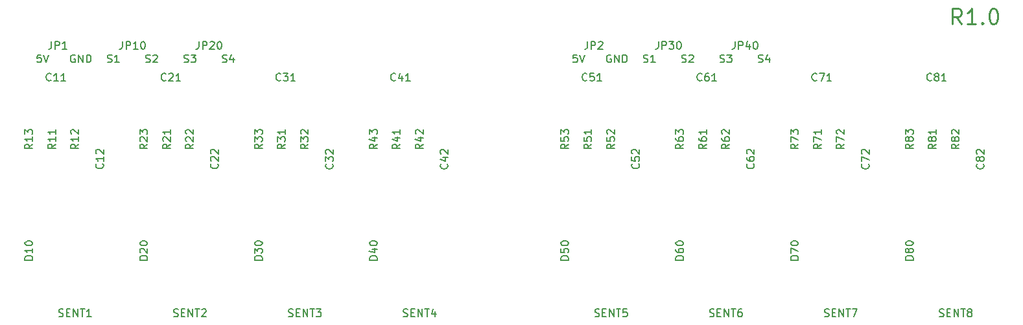
<source format=gto>
%TF.GenerationSoftware,KiCad,Pcbnew,8.0.0*%
%TF.CreationDate,2024-04-03T18:38:51+02:00*%
%TF.ProjectId,zf-filter,7a662d66-696c-4746-9572-2e6b69636164,1.0*%
%TF.SameCoordinates,Original*%
%TF.FileFunction,Legend,Top*%
%TF.FilePolarity,Positive*%
%FSLAX46Y46*%
G04 Gerber Fmt 4.6, Leading zero omitted, Abs format (unit mm)*
G04 Created by KiCad (PCBNEW 8.0.0) date 2024-04-03 18:38:51*
%MOMM*%
%LPD*%
G01*
G04 APERTURE LIST*
%ADD10C,0.150000*%
%ADD11C,0.250000*%
%ADD12R,2.500000X2.500000*%
%ADD13C,2.500000*%
%ADD14C,3.200000*%
%ADD15C,1.600000*%
%ADD16O,1.600000X1.600000*%
%ADD17C,1.854000*%
G04 APERTURE END LIST*
D10*
X101738095Y-90907200D02*
X101880952Y-90954819D01*
X101880952Y-90954819D02*
X102119047Y-90954819D01*
X102119047Y-90954819D02*
X102214285Y-90907200D01*
X102214285Y-90907200D02*
X102261904Y-90859580D01*
X102261904Y-90859580D02*
X102309523Y-90764342D01*
X102309523Y-90764342D02*
X102309523Y-90669104D01*
X102309523Y-90669104D02*
X102261904Y-90573866D01*
X102261904Y-90573866D02*
X102214285Y-90526247D01*
X102214285Y-90526247D02*
X102119047Y-90478628D01*
X102119047Y-90478628D02*
X101928571Y-90431009D01*
X101928571Y-90431009D02*
X101833333Y-90383390D01*
X101833333Y-90383390D02*
X101785714Y-90335771D01*
X101785714Y-90335771D02*
X101738095Y-90240533D01*
X101738095Y-90240533D02*
X101738095Y-90145295D01*
X101738095Y-90145295D02*
X101785714Y-90050057D01*
X101785714Y-90050057D02*
X101833333Y-90002438D01*
X101833333Y-90002438D02*
X101928571Y-89954819D01*
X101928571Y-89954819D02*
X102166666Y-89954819D01*
X102166666Y-89954819D02*
X102309523Y-90002438D01*
X102690476Y-90050057D02*
X102738095Y-90002438D01*
X102738095Y-90002438D02*
X102833333Y-89954819D01*
X102833333Y-89954819D02*
X103071428Y-89954819D01*
X103071428Y-89954819D02*
X103166666Y-90002438D01*
X103166666Y-90002438D02*
X103214285Y-90050057D01*
X103214285Y-90050057D02*
X103261904Y-90145295D01*
X103261904Y-90145295D02*
X103261904Y-90240533D01*
X103261904Y-90240533D02*
X103214285Y-90383390D01*
X103214285Y-90383390D02*
X102642857Y-90954819D01*
X102642857Y-90954819D02*
X103261904Y-90954819D01*
X166738095Y-90907200D02*
X166880952Y-90954819D01*
X166880952Y-90954819D02*
X167119047Y-90954819D01*
X167119047Y-90954819D02*
X167214285Y-90907200D01*
X167214285Y-90907200D02*
X167261904Y-90859580D01*
X167261904Y-90859580D02*
X167309523Y-90764342D01*
X167309523Y-90764342D02*
X167309523Y-90669104D01*
X167309523Y-90669104D02*
X167261904Y-90573866D01*
X167261904Y-90573866D02*
X167214285Y-90526247D01*
X167214285Y-90526247D02*
X167119047Y-90478628D01*
X167119047Y-90478628D02*
X166928571Y-90431009D01*
X166928571Y-90431009D02*
X166833333Y-90383390D01*
X166833333Y-90383390D02*
X166785714Y-90335771D01*
X166785714Y-90335771D02*
X166738095Y-90240533D01*
X166738095Y-90240533D02*
X166738095Y-90145295D01*
X166738095Y-90145295D02*
X166785714Y-90050057D01*
X166785714Y-90050057D02*
X166833333Y-90002438D01*
X166833333Y-90002438D02*
X166928571Y-89954819D01*
X166928571Y-89954819D02*
X167166666Y-89954819D01*
X167166666Y-89954819D02*
X167309523Y-90002438D01*
X168261904Y-90954819D02*
X167690476Y-90954819D01*
X167976190Y-90954819D02*
X167976190Y-89954819D01*
X167976190Y-89954819D02*
X167880952Y-90097676D01*
X167880952Y-90097676D02*
X167785714Y-90192914D01*
X167785714Y-90192914D02*
X167690476Y-90240533D01*
X106738095Y-90907200D02*
X106880952Y-90954819D01*
X106880952Y-90954819D02*
X107119047Y-90954819D01*
X107119047Y-90954819D02*
X107214285Y-90907200D01*
X107214285Y-90907200D02*
X107261904Y-90859580D01*
X107261904Y-90859580D02*
X107309523Y-90764342D01*
X107309523Y-90764342D02*
X107309523Y-90669104D01*
X107309523Y-90669104D02*
X107261904Y-90573866D01*
X107261904Y-90573866D02*
X107214285Y-90526247D01*
X107214285Y-90526247D02*
X107119047Y-90478628D01*
X107119047Y-90478628D02*
X106928571Y-90431009D01*
X106928571Y-90431009D02*
X106833333Y-90383390D01*
X106833333Y-90383390D02*
X106785714Y-90335771D01*
X106785714Y-90335771D02*
X106738095Y-90240533D01*
X106738095Y-90240533D02*
X106738095Y-90145295D01*
X106738095Y-90145295D02*
X106785714Y-90050057D01*
X106785714Y-90050057D02*
X106833333Y-90002438D01*
X106833333Y-90002438D02*
X106928571Y-89954819D01*
X106928571Y-89954819D02*
X107166666Y-89954819D01*
X107166666Y-89954819D02*
X107309523Y-90002438D01*
X107642857Y-89954819D02*
X108261904Y-89954819D01*
X108261904Y-89954819D02*
X107928571Y-90335771D01*
X107928571Y-90335771D02*
X108071428Y-90335771D01*
X108071428Y-90335771D02*
X108166666Y-90383390D01*
X108166666Y-90383390D02*
X108214285Y-90431009D01*
X108214285Y-90431009D02*
X108261904Y-90526247D01*
X108261904Y-90526247D02*
X108261904Y-90764342D01*
X108261904Y-90764342D02*
X108214285Y-90859580D01*
X108214285Y-90859580D02*
X108166666Y-90907200D01*
X108166666Y-90907200D02*
X108071428Y-90954819D01*
X108071428Y-90954819D02*
X107785714Y-90954819D01*
X107785714Y-90954819D02*
X107690476Y-90907200D01*
X107690476Y-90907200D02*
X107642857Y-90859580D01*
X158059523Y-89954819D02*
X157583333Y-89954819D01*
X157583333Y-89954819D02*
X157535714Y-90431009D01*
X157535714Y-90431009D02*
X157583333Y-90383390D01*
X157583333Y-90383390D02*
X157678571Y-90335771D01*
X157678571Y-90335771D02*
X157916666Y-90335771D01*
X157916666Y-90335771D02*
X158011904Y-90383390D01*
X158011904Y-90383390D02*
X158059523Y-90431009D01*
X158059523Y-90431009D02*
X158107142Y-90526247D01*
X158107142Y-90526247D02*
X158107142Y-90764342D01*
X158107142Y-90764342D02*
X158059523Y-90859580D01*
X158059523Y-90859580D02*
X158011904Y-90907200D01*
X158011904Y-90907200D02*
X157916666Y-90954819D01*
X157916666Y-90954819D02*
X157678571Y-90954819D01*
X157678571Y-90954819D02*
X157583333Y-90907200D01*
X157583333Y-90907200D02*
X157535714Y-90859580D01*
X158392857Y-89954819D02*
X158726190Y-90954819D01*
X158726190Y-90954819D02*
X159059523Y-89954819D01*
X88059523Y-89954819D02*
X87583333Y-89954819D01*
X87583333Y-89954819D02*
X87535714Y-90431009D01*
X87535714Y-90431009D02*
X87583333Y-90383390D01*
X87583333Y-90383390D02*
X87678571Y-90335771D01*
X87678571Y-90335771D02*
X87916666Y-90335771D01*
X87916666Y-90335771D02*
X88011904Y-90383390D01*
X88011904Y-90383390D02*
X88059523Y-90431009D01*
X88059523Y-90431009D02*
X88107142Y-90526247D01*
X88107142Y-90526247D02*
X88107142Y-90764342D01*
X88107142Y-90764342D02*
X88059523Y-90859580D01*
X88059523Y-90859580D02*
X88011904Y-90907200D01*
X88011904Y-90907200D02*
X87916666Y-90954819D01*
X87916666Y-90954819D02*
X87678571Y-90954819D01*
X87678571Y-90954819D02*
X87583333Y-90907200D01*
X87583333Y-90907200D02*
X87535714Y-90859580D01*
X88392857Y-89954819D02*
X88726190Y-90954819D01*
X88726190Y-90954819D02*
X89059523Y-89954819D01*
X96738095Y-90907200D02*
X96880952Y-90954819D01*
X96880952Y-90954819D02*
X97119047Y-90954819D01*
X97119047Y-90954819D02*
X97214285Y-90907200D01*
X97214285Y-90907200D02*
X97261904Y-90859580D01*
X97261904Y-90859580D02*
X97309523Y-90764342D01*
X97309523Y-90764342D02*
X97309523Y-90669104D01*
X97309523Y-90669104D02*
X97261904Y-90573866D01*
X97261904Y-90573866D02*
X97214285Y-90526247D01*
X97214285Y-90526247D02*
X97119047Y-90478628D01*
X97119047Y-90478628D02*
X96928571Y-90431009D01*
X96928571Y-90431009D02*
X96833333Y-90383390D01*
X96833333Y-90383390D02*
X96785714Y-90335771D01*
X96785714Y-90335771D02*
X96738095Y-90240533D01*
X96738095Y-90240533D02*
X96738095Y-90145295D01*
X96738095Y-90145295D02*
X96785714Y-90050057D01*
X96785714Y-90050057D02*
X96833333Y-90002438D01*
X96833333Y-90002438D02*
X96928571Y-89954819D01*
X96928571Y-89954819D02*
X97166666Y-89954819D01*
X97166666Y-89954819D02*
X97309523Y-90002438D01*
X98261904Y-90954819D02*
X97690476Y-90954819D01*
X97976190Y-90954819D02*
X97976190Y-89954819D01*
X97976190Y-89954819D02*
X97880952Y-90097676D01*
X97880952Y-90097676D02*
X97785714Y-90192914D01*
X97785714Y-90192914D02*
X97690476Y-90240533D01*
X176738095Y-90907200D02*
X176880952Y-90954819D01*
X176880952Y-90954819D02*
X177119047Y-90954819D01*
X177119047Y-90954819D02*
X177214285Y-90907200D01*
X177214285Y-90907200D02*
X177261904Y-90859580D01*
X177261904Y-90859580D02*
X177309523Y-90764342D01*
X177309523Y-90764342D02*
X177309523Y-90669104D01*
X177309523Y-90669104D02*
X177261904Y-90573866D01*
X177261904Y-90573866D02*
X177214285Y-90526247D01*
X177214285Y-90526247D02*
X177119047Y-90478628D01*
X177119047Y-90478628D02*
X176928571Y-90431009D01*
X176928571Y-90431009D02*
X176833333Y-90383390D01*
X176833333Y-90383390D02*
X176785714Y-90335771D01*
X176785714Y-90335771D02*
X176738095Y-90240533D01*
X176738095Y-90240533D02*
X176738095Y-90145295D01*
X176738095Y-90145295D02*
X176785714Y-90050057D01*
X176785714Y-90050057D02*
X176833333Y-90002438D01*
X176833333Y-90002438D02*
X176928571Y-89954819D01*
X176928571Y-89954819D02*
X177166666Y-89954819D01*
X177166666Y-89954819D02*
X177309523Y-90002438D01*
X177642857Y-89954819D02*
X178261904Y-89954819D01*
X178261904Y-89954819D02*
X177928571Y-90335771D01*
X177928571Y-90335771D02*
X178071428Y-90335771D01*
X178071428Y-90335771D02*
X178166666Y-90383390D01*
X178166666Y-90383390D02*
X178214285Y-90431009D01*
X178214285Y-90431009D02*
X178261904Y-90526247D01*
X178261904Y-90526247D02*
X178261904Y-90764342D01*
X178261904Y-90764342D02*
X178214285Y-90859580D01*
X178214285Y-90859580D02*
X178166666Y-90907200D01*
X178166666Y-90907200D02*
X178071428Y-90954819D01*
X178071428Y-90954819D02*
X177785714Y-90954819D01*
X177785714Y-90954819D02*
X177690476Y-90907200D01*
X177690476Y-90907200D02*
X177642857Y-90859580D01*
X181738095Y-90907200D02*
X181880952Y-90954819D01*
X181880952Y-90954819D02*
X182119047Y-90954819D01*
X182119047Y-90954819D02*
X182214285Y-90907200D01*
X182214285Y-90907200D02*
X182261904Y-90859580D01*
X182261904Y-90859580D02*
X182309523Y-90764342D01*
X182309523Y-90764342D02*
X182309523Y-90669104D01*
X182309523Y-90669104D02*
X182261904Y-90573866D01*
X182261904Y-90573866D02*
X182214285Y-90526247D01*
X182214285Y-90526247D02*
X182119047Y-90478628D01*
X182119047Y-90478628D02*
X181928571Y-90431009D01*
X181928571Y-90431009D02*
X181833333Y-90383390D01*
X181833333Y-90383390D02*
X181785714Y-90335771D01*
X181785714Y-90335771D02*
X181738095Y-90240533D01*
X181738095Y-90240533D02*
X181738095Y-90145295D01*
X181738095Y-90145295D02*
X181785714Y-90050057D01*
X181785714Y-90050057D02*
X181833333Y-90002438D01*
X181833333Y-90002438D02*
X181928571Y-89954819D01*
X181928571Y-89954819D02*
X182166666Y-89954819D01*
X182166666Y-89954819D02*
X182309523Y-90002438D01*
X183166666Y-90288152D02*
X183166666Y-90954819D01*
X182928571Y-89907200D02*
X182690476Y-90621485D01*
X182690476Y-90621485D02*
X183309523Y-90621485D01*
X171738095Y-90907200D02*
X171880952Y-90954819D01*
X171880952Y-90954819D02*
X172119047Y-90954819D01*
X172119047Y-90954819D02*
X172214285Y-90907200D01*
X172214285Y-90907200D02*
X172261904Y-90859580D01*
X172261904Y-90859580D02*
X172309523Y-90764342D01*
X172309523Y-90764342D02*
X172309523Y-90669104D01*
X172309523Y-90669104D02*
X172261904Y-90573866D01*
X172261904Y-90573866D02*
X172214285Y-90526247D01*
X172214285Y-90526247D02*
X172119047Y-90478628D01*
X172119047Y-90478628D02*
X171928571Y-90431009D01*
X171928571Y-90431009D02*
X171833333Y-90383390D01*
X171833333Y-90383390D02*
X171785714Y-90335771D01*
X171785714Y-90335771D02*
X171738095Y-90240533D01*
X171738095Y-90240533D02*
X171738095Y-90145295D01*
X171738095Y-90145295D02*
X171785714Y-90050057D01*
X171785714Y-90050057D02*
X171833333Y-90002438D01*
X171833333Y-90002438D02*
X171928571Y-89954819D01*
X171928571Y-89954819D02*
X172166666Y-89954819D01*
X172166666Y-89954819D02*
X172309523Y-90002438D01*
X172690476Y-90050057D02*
X172738095Y-90002438D01*
X172738095Y-90002438D02*
X172833333Y-89954819D01*
X172833333Y-89954819D02*
X173071428Y-89954819D01*
X173071428Y-89954819D02*
X173166666Y-90002438D01*
X173166666Y-90002438D02*
X173214285Y-90050057D01*
X173214285Y-90050057D02*
X173261904Y-90145295D01*
X173261904Y-90145295D02*
X173261904Y-90240533D01*
X173261904Y-90240533D02*
X173214285Y-90383390D01*
X173214285Y-90383390D02*
X172642857Y-90954819D01*
X172642857Y-90954819D02*
X173261904Y-90954819D01*
D11*
X208238095Y-85912238D02*
X207571428Y-84959857D01*
X207095238Y-85912238D02*
X207095238Y-83912238D01*
X207095238Y-83912238D02*
X207857143Y-83912238D01*
X207857143Y-83912238D02*
X208047619Y-84007476D01*
X208047619Y-84007476D02*
X208142857Y-84102714D01*
X208142857Y-84102714D02*
X208238095Y-84293190D01*
X208238095Y-84293190D02*
X208238095Y-84578904D01*
X208238095Y-84578904D02*
X208142857Y-84769380D01*
X208142857Y-84769380D02*
X208047619Y-84864619D01*
X208047619Y-84864619D02*
X207857143Y-84959857D01*
X207857143Y-84959857D02*
X207095238Y-84959857D01*
X210142857Y-85912238D02*
X209000000Y-85912238D01*
X209571428Y-85912238D02*
X209571428Y-83912238D01*
X209571428Y-83912238D02*
X209380952Y-84197952D01*
X209380952Y-84197952D02*
X209190476Y-84388428D01*
X209190476Y-84388428D02*
X209000000Y-84483666D01*
X211000000Y-85721761D02*
X211095238Y-85817000D01*
X211095238Y-85817000D02*
X211000000Y-85912238D01*
X211000000Y-85912238D02*
X210904762Y-85817000D01*
X210904762Y-85817000D02*
X211000000Y-85721761D01*
X211000000Y-85721761D02*
X211000000Y-85912238D01*
X212333333Y-83912238D02*
X212523810Y-83912238D01*
X212523810Y-83912238D02*
X212714286Y-84007476D01*
X212714286Y-84007476D02*
X212809524Y-84102714D01*
X212809524Y-84102714D02*
X212904762Y-84293190D01*
X212904762Y-84293190D02*
X213000000Y-84674142D01*
X213000000Y-84674142D02*
X213000000Y-85150333D01*
X213000000Y-85150333D02*
X212904762Y-85531285D01*
X212904762Y-85531285D02*
X212809524Y-85721761D01*
X212809524Y-85721761D02*
X212714286Y-85817000D01*
X212714286Y-85817000D02*
X212523810Y-85912238D01*
X212523810Y-85912238D02*
X212333333Y-85912238D01*
X212333333Y-85912238D02*
X212142857Y-85817000D01*
X212142857Y-85817000D02*
X212047619Y-85721761D01*
X212047619Y-85721761D02*
X211952381Y-85531285D01*
X211952381Y-85531285D02*
X211857143Y-85150333D01*
X211857143Y-85150333D02*
X211857143Y-84674142D01*
X211857143Y-84674142D02*
X211952381Y-84293190D01*
X211952381Y-84293190D02*
X212047619Y-84102714D01*
X212047619Y-84102714D02*
X212142857Y-84007476D01*
X212142857Y-84007476D02*
X212333333Y-83912238D01*
D10*
X92488095Y-90002438D02*
X92392857Y-89954819D01*
X92392857Y-89954819D02*
X92250000Y-89954819D01*
X92250000Y-89954819D02*
X92107143Y-90002438D01*
X92107143Y-90002438D02*
X92011905Y-90097676D01*
X92011905Y-90097676D02*
X91964286Y-90192914D01*
X91964286Y-90192914D02*
X91916667Y-90383390D01*
X91916667Y-90383390D02*
X91916667Y-90526247D01*
X91916667Y-90526247D02*
X91964286Y-90716723D01*
X91964286Y-90716723D02*
X92011905Y-90811961D01*
X92011905Y-90811961D02*
X92107143Y-90907200D01*
X92107143Y-90907200D02*
X92250000Y-90954819D01*
X92250000Y-90954819D02*
X92345238Y-90954819D01*
X92345238Y-90954819D02*
X92488095Y-90907200D01*
X92488095Y-90907200D02*
X92535714Y-90859580D01*
X92535714Y-90859580D02*
X92535714Y-90526247D01*
X92535714Y-90526247D02*
X92345238Y-90526247D01*
X92964286Y-90954819D02*
X92964286Y-89954819D01*
X92964286Y-89954819D02*
X93535714Y-90954819D01*
X93535714Y-90954819D02*
X93535714Y-89954819D01*
X94011905Y-90954819D02*
X94011905Y-89954819D01*
X94011905Y-89954819D02*
X94250000Y-89954819D01*
X94250000Y-89954819D02*
X94392857Y-90002438D01*
X94392857Y-90002438D02*
X94488095Y-90097676D01*
X94488095Y-90097676D02*
X94535714Y-90192914D01*
X94535714Y-90192914D02*
X94583333Y-90383390D01*
X94583333Y-90383390D02*
X94583333Y-90526247D01*
X94583333Y-90526247D02*
X94535714Y-90716723D01*
X94535714Y-90716723D02*
X94488095Y-90811961D01*
X94488095Y-90811961D02*
X94392857Y-90907200D01*
X94392857Y-90907200D02*
X94250000Y-90954819D01*
X94250000Y-90954819D02*
X94011905Y-90954819D01*
X111738095Y-90907200D02*
X111880952Y-90954819D01*
X111880952Y-90954819D02*
X112119047Y-90954819D01*
X112119047Y-90954819D02*
X112214285Y-90907200D01*
X112214285Y-90907200D02*
X112261904Y-90859580D01*
X112261904Y-90859580D02*
X112309523Y-90764342D01*
X112309523Y-90764342D02*
X112309523Y-90669104D01*
X112309523Y-90669104D02*
X112261904Y-90573866D01*
X112261904Y-90573866D02*
X112214285Y-90526247D01*
X112214285Y-90526247D02*
X112119047Y-90478628D01*
X112119047Y-90478628D02*
X111928571Y-90431009D01*
X111928571Y-90431009D02*
X111833333Y-90383390D01*
X111833333Y-90383390D02*
X111785714Y-90335771D01*
X111785714Y-90335771D02*
X111738095Y-90240533D01*
X111738095Y-90240533D02*
X111738095Y-90145295D01*
X111738095Y-90145295D02*
X111785714Y-90050057D01*
X111785714Y-90050057D02*
X111833333Y-90002438D01*
X111833333Y-90002438D02*
X111928571Y-89954819D01*
X111928571Y-89954819D02*
X112166666Y-89954819D01*
X112166666Y-89954819D02*
X112309523Y-90002438D01*
X113166666Y-90288152D02*
X113166666Y-90954819D01*
X112928571Y-89907200D02*
X112690476Y-90621485D01*
X112690476Y-90621485D02*
X113309523Y-90621485D01*
X162488095Y-90002438D02*
X162392857Y-89954819D01*
X162392857Y-89954819D02*
X162250000Y-89954819D01*
X162250000Y-89954819D02*
X162107143Y-90002438D01*
X162107143Y-90002438D02*
X162011905Y-90097676D01*
X162011905Y-90097676D02*
X161964286Y-90192914D01*
X161964286Y-90192914D02*
X161916667Y-90383390D01*
X161916667Y-90383390D02*
X161916667Y-90526247D01*
X161916667Y-90526247D02*
X161964286Y-90716723D01*
X161964286Y-90716723D02*
X162011905Y-90811961D01*
X162011905Y-90811961D02*
X162107143Y-90907200D01*
X162107143Y-90907200D02*
X162250000Y-90954819D01*
X162250000Y-90954819D02*
X162345238Y-90954819D01*
X162345238Y-90954819D02*
X162488095Y-90907200D01*
X162488095Y-90907200D02*
X162535714Y-90859580D01*
X162535714Y-90859580D02*
X162535714Y-90526247D01*
X162535714Y-90526247D02*
X162345238Y-90526247D01*
X162964286Y-90954819D02*
X162964286Y-89954819D01*
X162964286Y-89954819D02*
X163535714Y-90954819D01*
X163535714Y-90954819D02*
X163535714Y-89954819D01*
X164011905Y-90954819D02*
X164011905Y-89954819D01*
X164011905Y-89954819D02*
X164250000Y-89954819D01*
X164250000Y-89954819D02*
X164392857Y-90002438D01*
X164392857Y-90002438D02*
X164488095Y-90097676D01*
X164488095Y-90097676D02*
X164535714Y-90192914D01*
X164535714Y-90192914D02*
X164583333Y-90383390D01*
X164583333Y-90383390D02*
X164583333Y-90526247D01*
X164583333Y-90526247D02*
X164535714Y-90716723D01*
X164535714Y-90716723D02*
X164488095Y-90811961D01*
X164488095Y-90811961D02*
X164392857Y-90907200D01*
X164392857Y-90907200D02*
X164250000Y-90954819D01*
X164250000Y-90954819D02*
X164011905Y-90954819D01*
X135380952Y-124157200D02*
X135523809Y-124204819D01*
X135523809Y-124204819D02*
X135761904Y-124204819D01*
X135761904Y-124204819D02*
X135857142Y-124157200D01*
X135857142Y-124157200D02*
X135904761Y-124109580D01*
X135904761Y-124109580D02*
X135952380Y-124014342D01*
X135952380Y-124014342D02*
X135952380Y-123919104D01*
X135952380Y-123919104D02*
X135904761Y-123823866D01*
X135904761Y-123823866D02*
X135857142Y-123776247D01*
X135857142Y-123776247D02*
X135761904Y-123728628D01*
X135761904Y-123728628D02*
X135571428Y-123681009D01*
X135571428Y-123681009D02*
X135476190Y-123633390D01*
X135476190Y-123633390D02*
X135428571Y-123585771D01*
X135428571Y-123585771D02*
X135380952Y-123490533D01*
X135380952Y-123490533D02*
X135380952Y-123395295D01*
X135380952Y-123395295D02*
X135428571Y-123300057D01*
X135428571Y-123300057D02*
X135476190Y-123252438D01*
X135476190Y-123252438D02*
X135571428Y-123204819D01*
X135571428Y-123204819D02*
X135809523Y-123204819D01*
X135809523Y-123204819D02*
X135952380Y-123252438D01*
X136380952Y-123681009D02*
X136714285Y-123681009D01*
X136857142Y-124204819D02*
X136380952Y-124204819D01*
X136380952Y-124204819D02*
X136380952Y-123204819D01*
X136380952Y-123204819D02*
X136857142Y-123204819D01*
X137285714Y-124204819D02*
X137285714Y-123204819D01*
X137285714Y-123204819D02*
X137857142Y-124204819D01*
X137857142Y-124204819D02*
X137857142Y-123204819D01*
X138190476Y-123204819D02*
X138761904Y-123204819D01*
X138476190Y-124204819D02*
X138476190Y-123204819D01*
X139523809Y-123538152D02*
X139523809Y-124204819D01*
X139285714Y-123157200D02*
X139047619Y-123871485D01*
X139047619Y-123871485D02*
X139666666Y-123871485D01*
X162954819Y-101642857D02*
X162478628Y-101976190D01*
X162954819Y-102214285D02*
X161954819Y-102214285D01*
X161954819Y-102214285D02*
X161954819Y-101833333D01*
X161954819Y-101833333D02*
X162002438Y-101738095D01*
X162002438Y-101738095D02*
X162050057Y-101690476D01*
X162050057Y-101690476D02*
X162145295Y-101642857D01*
X162145295Y-101642857D02*
X162288152Y-101642857D01*
X162288152Y-101642857D02*
X162383390Y-101690476D01*
X162383390Y-101690476D02*
X162431009Y-101738095D01*
X162431009Y-101738095D02*
X162478628Y-101833333D01*
X162478628Y-101833333D02*
X162478628Y-102214285D01*
X161954819Y-100738095D02*
X161954819Y-101214285D01*
X161954819Y-101214285D02*
X162431009Y-101261904D01*
X162431009Y-101261904D02*
X162383390Y-101214285D01*
X162383390Y-101214285D02*
X162335771Y-101119047D01*
X162335771Y-101119047D02*
X162335771Y-100880952D01*
X162335771Y-100880952D02*
X162383390Y-100785714D01*
X162383390Y-100785714D02*
X162431009Y-100738095D01*
X162431009Y-100738095D02*
X162526247Y-100690476D01*
X162526247Y-100690476D02*
X162764342Y-100690476D01*
X162764342Y-100690476D02*
X162859580Y-100738095D01*
X162859580Y-100738095D02*
X162907200Y-100785714D01*
X162907200Y-100785714D02*
X162954819Y-100880952D01*
X162954819Y-100880952D02*
X162954819Y-101119047D01*
X162954819Y-101119047D02*
X162907200Y-101214285D01*
X162907200Y-101214285D02*
X162859580Y-101261904D01*
X162050057Y-100309523D02*
X162002438Y-100261904D01*
X162002438Y-100261904D02*
X161954819Y-100166666D01*
X161954819Y-100166666D02*
X161954819Y-99928571D01*
X161954819Y-99928571D02*
X162002438Y-99833333D01*
X162002438Y-99833333D02*
X162050057Y-99785714D01*
X162050057Y-99785714D02*
X162145295Y-99738095D01*
X162145295Y-99738095D02*
X162240533Y-99738095D01*
X162240533Y-99738095D02*
X162383390Y-99785714D01*
X162383390Y-99785714D02*
X162954819Y-100357142D01*
X162954819Y-100357142D02*
X162954819Y-99738095D01*
X204357142Y-93279580D02*
X204309523Y-93327200D01*
X204309523Y-93327200D02*
X204166666Y-93374819D01*
X204166666Y-93374819D02*
X204071428Y-93374819D01*
X204071428Y-93374819D02*
X203928571Y-93327200D01*
X203928571Y-93327200D02*
X203833333Y-93231961D01*
X203833333Y-93231961D02*
X203785714Y-93136723D01*
X203785714Y-93136723D02*
X203738095Y-92946247D01*
X203738095Y-92946247D02*
X203738095Y-92803390D01*
X203738095Y-92803390D02*
X203785714Y-92612914D01*
X203785714Y-92612914D02*
X203833333Y-92517676D01*
X203833333Y-92517676D02*
X203928571Y-92422438D01*
X203928571Y-92422438D02*
X204071428Y-92374819D01*
X204071428Y-92374819D02*
X204166666Y-92374819D01*
X204166666Y-92374819D02*
X204309523Y-92422438D01*
X204309523Y-92422438D02*
X204357142Y-92470057D01*
X204928571Y-92803390D02*
X204833333Y-92755771D01*
X204833333Y-92755771D02*
X204785714Y-92708152D01*
X204785714Y-92708152D02*
X204738095Y-92612914D01*
X204738095Y-92612914D02*
X204738095Y-92565295D01*
X204738095Y-92565295D02*
X204785714Y-92470057D01*
X204785714Y-92470057D02*
X204833333Y-92422438D01*
X204833333Y-92422438D02*
X204928571Y-92374819D01*
X204928571Y-92374819D02*
X205119047Y-92374819D01*
X205119047Y-92374819D02*
X205214285Y-92422438D01*
X205214285Y-92422438D02*
X205261904Y-92470057D01*
X205261904Y-92470057D02*
X205309523Y-92565295D01*
X205309523Y-92565295D02*
X205309523Y-92612914D01*
X205309523Y-92612914D02*
X205261904Y-92708152D01*
X205261904Y-92708152D02*
X205214285Y-92755771D01*
X205214285Y-92755771D02*
X205119047Y-92803390D01*
X205119047Y-92803390D02*
X204928571Y-92803390D01*
X204928571Y-92803390D02*
X204833333Y-92851009D01*
X204833333Y-92851009D02*
X204785714Y-92898628D01*
X204785714Y-92898628D02*
X204738095Y-92993866D01*
X204738095Y-92993866D02*
X204738095Y-93184342D01*
X204738095Y-93184342D02*
X204785714Y-93279580D01*
X204785714Y-93279580D02*
X204833333Y-93327200D01*
X204833333Y-93327200D02*
X204928571Y-93374819D01*
X204928571Y-93374819D02*
X205119047Y-93374819D01*
X205119047Y-93374819D02*
X205214285Y-93327200D01*
X205214285Y-93327200D02*
X205261904Y-93279580D01*
X205261904Y-93279580D02*
X205309523Y-93184342D01*
X205309523Y-93184342D02*
X205309523Y-92993866D01*
X205309523Y-92993866D02*
X205261904Y-92898628D01*
X205261904Y-92898628D02*
X205214285Y-92851009D01*
X205214285Y-92851009D02*
X205119047Y-92803390D01*
X206261904Y-93374819D02*
X205690476Y-93374819D01*
X205976190Y-93374819D02*
X205976190Y-92374819D01*
X205976190Y-92374819D02*
X205880952Y-92517676D01*
X205880952Y-92517676D02*
X205785714Y-92612914D01*
X205785714Y-92612914D02*
X205690476Y-92660533D01*
X116954819Y-116794285D02*
X115954819Y-116794285D01*
X115954819Y-116794285D02*
X115954819Y-116556190D01*
X115954819Y-116556190D02*
X116002438Y-116413333D01*
X116002438Y-116413333D02*
X116097676Y-116318095D01*
X116097676Y-116318095D02*
X116192914Y-116270476D01*
X116192914Y-116270476D02*
X116383390Y-116222857D01*
X116383390Y-116222857D02*
X116526247Y-116222857D01*
X116526247Y-116222857D02*
X116716723Y-116270476D01*
X116716723Y-116270476D02*
X116811961Y-116318095D01*
X116811961Y-116318095D02*
X116907200Y-116413333D01*
X116907200Y-116413333D02*
X116954819Y-116556190D01*
X116954819Y-116556190D02*
X116954819Y-116794285D01*
X115954819Y-115889523D02*
X115954819Y-115270476D01*
X115954819Y-115270476D02*
X116335771Y-115603809D01*
X116335771Y-115603809D02*
X116335771Y-115460952D01*
X116335771Y-115460952D02*
X116383390Y-115365714D01*
X116383390Y-115365714D02*
X116431009Y-115318095D01*
X116431009Y-115318095D02*
X116526247Y-115270476D01*
X116526247Y-115270476D02*
X116764342Y-115270476D01*
X116764342Y-115270476D02*
X116859580Y-115318095D01*
X116859580Y-115318095D02*
X116907200Y-115365714D01*
X116907200Y-115365714D02*
X116954819Y-115460952D01*
X116954819Y-115460952D02*
X116954819Y-115746666D01*
X116954819Y-115746666D02*
X116907200Y-115841904D01*
X116907200Y-115841904D02*
X116859580Y-115889523D01*
X115954819Y-114651428D02*
X115954819Y-114556190D01*
X115954819Y-114556190D02*
X116002438Y-114460952D01*
X116002438Y-114460952D02*
X116050057Y-114413333D01*
X116050057Y-114413333D02*
X116145295Y-114365714D01*
X116145295Y-114365714D02*
X116335771Y-114318095D01*
X116335771Y-114318095D02*
X116573866Y-114318095D01*
X116573866Y-114318095D02*
X116764342Y-114365714D01*
X116764342Y-114365714D02*
X116859580Y-114413333D01*
X116859580Y-114413333D02*
X116907200Y-114460952D01*
X116907200Y-114460952D02*
X116954819Y-114556190D01*
X116954819Y-114556190D02*
X116954819Y-114651428D01*
X116954819Y-114651428D02*
X116907200Y-114746666D01*
X116907200Y-114746666D02*
X116859580Y-114794285D01*
X116859580Y-114794285D02*
X116764342Y-114841904D01*
X116764342Y-114841904D02*
X116573866Y-114889523D01*
X116573866Y-114889523D02*
X116335771Y-114889523D01*
X116335771Y-114889523D02*
X116145295Y-114841904D01*
X116145295Y-114841904D02*
X116050057Y-114794285D01*
X116050057Y-114794285D02*
X116002438Y-114746666D01*
X116002438Y-114746666D02*
X115954819Y-114651428D01*
X137954819Y-101642857D02*
X137478628Y-101976190D01*
X137954819Y-102214285D02*
X136954819Y-102214285D01*
X136954819Y-102214285D02*
X136954819Y-101833333D01*
X136954819Y-101833333D02*
X137002438Y-101738095D01*
X137002438Y-101738095D02*
X137050057Y-101690476D01*
X137050057Y-101690476D02*
X137145295Y-101642857D01*
X137145295Y-101642857D02*
X137288152Y-101642857D01*
X137288152Y-101642857D02*
X137383390Y-101690476D01*
X137383390Y-101690476D02*
X137431009Y-101738095D01*
X137431009Y-101738095D02*
X137478628Y-101833333D01*
X137478628Y-101833333D02*
X137478628Y-102214285D01*
X137288152Y-100785714D02*
X137954819Y-100785714D01*
X136907200Y-101023809D02*
X137621485Y-101261904D01*
X137621485Y-101261904D02*
X137621485Y-100642857D01*
X137050057Y-100309523D02*
X137002438Y-100261904D01*
X137002438Y-100261904D02*
X136954819Y-100166666D01*
X136954819Y-100166666D02*
X136954819Y-99928571D01*
X136954819Y-99928571D02*
X137002438Y-99833333D01*
X137002438Y-99833333D02*
X137050057Y-99785714D01*
X137050057Y-99785714D02*
X137145295Y-99738095D01*
X137145295Y-99738095D02*
X137240533Y-99738095D01*
X137240533Y-99738095D02*
X137383390Y-99785714D01*
X137383390Y-99785714D02*
X137954819Y-100357142D01*
X137954819Y-100357142D02*
X137954819Y-99738095D01*
X120380952Y-124157200D02*
X120523809Y-124204819D01*
X120523809Y-124204819D02*
X120761904Y-124204819D01*
X120761904Y-124204819D02*
X120857142Y-124157200D01*
X120857142Y-124157200D02*
X120904761Y-124109580D01*
X120904761Y-124109580D02*
X120952380Y-124014342D01*
X120952380Y-124014342D02*
X120952380Y-123919104D01*
X120952380Y-123919104D02*
X120904761Y-123823866D01*
X120904761Y-123823866D02*
X120857142Y-123776247D01*
X120857142Y-123776247D02*
X120761904Y-123728628D01*
X120761904Y-123728628D02*
X120571428Y-123681009D01*
X120571428Y-123681009D02*
X120476190Y-123633390D01*
X120476190Y-123633390D02*
X120428571Y-123585771D01*
X120428571Y-123585771D02*
X120380952Y-123490533D01*
X120380952Y-123490533D02*
X120380952Y-123395295D01*
X120380952Y-123395295D02*
X120428571Y-123300057D01*
X120428571Y-123300057D02*
X120476190Y-123252438D01*
X120476190Y-123252438D02*
X120571428Y-123204819D01*
X120571428Y-123204819D02*
X120809523Y-123204819D01*
X120809523Y-123204819D02*
X120952380Y-123252438D01*
X121380952Y-123681009D02*
X121714285Y-123681009D01*
X121857142Y-124204819D02*
X121380952Y-124204819D01*
X121380952Y-124204819D02*
X121380952Y-123204819D01*
X121380952Y-123204819D02*
X121857142Y-123204819D01*
X122285714Y-124204819D02*
X122285714Y-123204819D01*
X122285714Y-123204819D02*
X122857142Y-124204819D01*
X122857142Y-124204819D02*
X122857142Y-123204819D01*
X123190476Y-123204819D02*
X123761904Y-123204819D01*
X123476190Y-124204819D02*
X123476190Y-123204819D01*
X124000000Y-123204819D02*
X124619047Y-123204819D01*
X124619047Y-123204819D02*
X124285714Y-123585771D01*
X124285714Y-123585771D02*
X124428571Y-123585771D01*
X124428571Y-123585771D02*
X124523809Y-123633390D01*
X124523809Y-123633390D02*
X124571428Y-123681009D01*
X124571428Y-123681009D02*
X124619047Y-123776247D01*
X124619047Y-123776247D02*
X124619047Y-124014342D01*
X124619047Y-124014342D02*
X124571428Y-124109580D01*
X124571428Y-124109580D02*
X124523809Y-124157200D01*
X124523809Y-124157200D02*
X124428571Y-124204819D01*
X124428571Y-124204819D02*
X124142857Y-124204819D01*
X124142857Y-124204819D02*
X124047619Y-124157200D01*
X124047619Y-124157200D02*
X124000000Y-124109580D01*
X189357142Y-93279580D02*
X189309523Y-93327200D01*
X189309523Y-93327200D02*
X189166666Y-93374819D01*
X189166666Y-93374819D02*
X189071428Y-93374819D01*
X189071428Y-93374819D02*
X188928571Y-93327200D01*
X188928571Y-93327200D02*
X188833333Y-93231961D01*
X188833333Y-93231961D02*
X188785714Y-93136723D01*
X188785714Y-93136723D02*
X188738095Y-92946247D01*
X188738095Y-92946247D02*
X188738095Y-92803390D01*
X188738095Y-92803390D02*
X188785714Y-92612914D01*
X188785714Y-92612914D02*
X188833333Y-92517676D01*
X188833333Y-92517676D02*
X188928571Y-92422438D01*
X188928571Y-92422438D02*
X189071428Y-92374819D01*
X189071428Y-92374819D02*
X189166666Y-92374819D01*
X189166666Y-92374819D02*
X189309523Y-92422438D01*
X189309523Y-92422438D02*
X189357142Y-92470057D01*
X189690476Y-92374819D02*
X190357142Y-92374819D01*
X190357142Y-92374819D02*
X189928571Y-93374819D01*
X191261904Y-93374819D02*
X190690476Y-93374819D01*
X190976190Y-93374819D02*
X190976190Y-92374819D01*
X190976190Y-92374819D02*
X190880952Y-92517676D01*
X190880952Y-92517676D02*
X190785714Y-92612914D01*
X190785714Y-92612914D02*
X190690476Y-92660533D01*
X119954819Y-101642857D02*
X119478628Y-101976190D01*
X119954819Y-102214285D02*
X118954819Y-102214285D01*
X118954819Y-102214285D02*
X118954819Y-101833333D01*
X118954819Y-101833333D02*
X119002438Y-101738095D01*
X119002438Y-101738095D02*
X119050057Y-101690476D01*
X119050057Y-101690476D02*
X119145295Y-101642857D01*
X119145295Y-101642857D02*
X119288152Y-101642857D01*
X119288152Y-101642857D02*
X119383390Y-101690476D01*
X119383390Y-101690476D02*
X119431009Y-101738095D01*
X119431009Y-101738095D02*
X119478628Y-101833333D01*
X119478628Y-101833333D02*
X119478628Y-102214285D01*
X118954819Y-101309523D02*
X118954819Y-100690476D01*
X118954819Y-100690476D02*
X119335771Y-101023809D01*
X119335771Y-101023809D02*
X119335771Y-100880952D01*
X119335771Y-100880952D02*
X119383390Y-100785714D01*
X119383390Y-100785714D02*
X119431009Y-100738095D01*
X119431009Y-100738095D02*
X119526247Y-100690476D01*
X119526247Y-100690476D02*
X119764342Y-100690476D01*
X119764342Y-100690476D02*
X119859580Y-100738095D01*
X119859580Y-100738095D02*
X119907200Y-100785714D01*
X119907200Y-100785714D02*
X119954819Y-100880952D01*
X119954819Y-100880952D02*
X119954819Y-101166666D01*
X119954819Y-101166666D02*
X119907200Y-101261904D01*
X119907200Y-101261904D02*
X119859580Y-101309523D01*
X119954819Y-99738095D02*
X119954819Y-100309523D01*
X119954819Y-100023809D02*
X118954819Y-100023809D01*
X118954819Y-100023809D02*
X119097676Y-100119047D01*
X119097676Y-100119047D02*
X119192914Y-100214285D01*
X119192914Y-100214285D02*
X119240533Y-100309523D01*
X159357142Y-93279580D02*
X159309523Y-93327200D01*
X159309523Y-93327200D02*
X159166666Y-93374819D01*
X159166666Y-93374819D02*
X159071428Y-93374819D01*
X159071428Y-93374819D02*
X158928571Y-93327200D01*
X158928571Y-93327200D02*
X158833333Y-93231961D01*
X158833333Y-93231961D02*
X158785714Y-93136723D01*
X158785714Y-93136723D02*
X158738095Y-92946247D01*
X158738095Y-92946247D02*
X158738095Y-92803390D01*
X158738095Y-92803390D02*
X158785714Y-92612914D01*
X158785714Y-92612914D02*
X158833333Y-92517676D01*
X158833333Y-92517676D02*
X158928571Y-92422438D01*
X158928571Y-92422438D02*
X159071428Y-92374819D01*
X159071428Y-92374819D02*
X159166666Y-92374819D01*
X159166666Y-92374819D02*
X159309523Y-92422438D01*
X159309523Y-92422438D02*
X159357142Y-92470057D01*
X160261904Y-92374819D02*
X159785714Y-92374819D01*
X159785714Y-92374819D02*
X159738095Y-92851009D01*
X159738095Y-92851009D02*
X159785714Y-92803390D01*
X159785714Y-92803390D02*
X159880952Y-92755771D01*
X159880952Y-92755771D02*
X160119047Y-92755771D01*
X160119047Y-92755771D02*
X160214285Y-92803390D01*
X160214285Y-92803390D02*
X160261904Y-92851009D01*
X160261904Y-92851009D02*
X160309523Y-92946247D01*
X160309523Y-92946247D02*
X160309523Y-93184342D01*
X160309523Y-93184342D02*
X160261904Y-93279580D01*
X160261904Y-93279580D02*
X160214285Y-93327200D01*
X160214285Y-93327200D02*
X160119047Y-93374819D01*
X160119047Y-93374819D02*
X159880952Y-93374819D01*
X159880952Y-93374819D02*
X159785714Y-93327200D01*
X159785714Y-93327200D02*
X159738095Y-93279580D01*
X161261904Y-93374819D02*
X160690476Y-93374819D01*
X160976190Y-93374819D02*
X160976190Y-92374819D01*
X160976190Y-92374819D02*
X160880952Y-92517676D01*
X160880952Y-92517676D02*
X160785714Y-92612914D01*
X160785714Y-92612914D02*
X160690476Y-92660533D01*
X111109580Y-104212857D02*
X111157200Y-104260476D01*
X111157200Y-104260476D02*
X111204819Y-104403333D01*
X111204819Y-104403333D02*
X111204819Y-104498571D01*
X111204819Y-104498571D02*
X111157200Y-104641428D01*
X111157200Y-104641428D02*
X111061961Y-104736666D01*
X111061961Y-104736666D02*
X110966723Y-104784285D01*
X110966723Y-104784285D02*
X110776247Y-104831904D01*
X110776247Y-104831904D02*
X110633390Y-104831904D01*
X110633390Y-104831904D02*
X110442914Y-104784285D01*
X110442914Y-104784285D02*
X110347676Y-104736666D01*
X110347676Y-104736666D02*
X110252438Y-104641428D01*
X110252438Y-104641428D02*
X110204819Y-104498571D01*
X110204819Y-104498571D02*
X110204819Y-104403333D01*
X110204819Y-104403333D02*
X110252438Y-104260476D01*
X110252438Y-104260476D02*
X110300057Y-104212857D01*
X110300057Y-103831904D02*
X110252438Y-103784285D01*
X110252438Y-103784285D02*
X110204819Y-103689047D01*
X110204819Y-103689047D02*
X110204819Y-103450952D01*
X110204819Y-103450952D02*
X110252438Y-103355714D01*
X110252438Y-103355714D02*
X110300057Y-103308095D01*
X110300057Y-103308095D02*
X110395295Y-103260476D01*
X110395295Y-103260476D02*
X110490533Y-103260476D01*
X110490533Y-103260476D02*
X110633390Y-103308095D01*
X110633390Y-103308095D02*
X111204819Y-103879523D01*
X111204819Y-103879523D02*
X111204819Y-103260476D01*
X110300057Y-102879523D02*
X110252438Y-102831904D01*
X110252438Y-102831904D02*
X110204819Y-102736666D01*
X110204819Y-102736666D02*
X110204819Y-102498571D01*
X110204819Y-102498571D02*
X110252438Y-102403333D01*
X110252438Y-102403333D02*
X110300057Y-102355714D01*
X110300057Y-102355714D02*
X110395295Y-102308095D01*
X110395295Y-102308095D02*
X110490533Y-102308095D01*
X110490533Y-102308095D02*
X110633390Y-102355714D01*
X110633390Y-102355714D02*
X111204819Y-102927142D01*
X111204819Y-102927142D02*
X111204819Y-102308095D01*
X89357142Y-93279580D02*
X89309523Y-93327200D01*
X89309523Y-93327200D02*
X89166666Y-93374819D01*
X89166666Y-93374819D02*
X89071428Y-93374819D01*
X89071428Y-93374819D02*
X88928571Y-93327200D01*
X88928571Y-93327200D02*
X88833333Y-93231961D01*
X88833333Y-93231961D02*
X88785714Y-93136723D01*
X88785714Y-93136723D02*
X88738095Y-92946247D01*
X88738095Y-92946247D02*
X88738095Y-92803390D01*
X88738095Y-92803390D02*
X88785714Y-92612914D01*
X88785714Y-92612914D02*
X88833333Y-92517676D01*
X88833333Y-92517676D02*
X88928571Y-92422438D01*
X88928571Y-92422438D02*
X89071428Y-92374819D01*
X89071428Y-92374819D02*
X89166666Y-92374819D01*
X89166666Y-92374819D02*
X89309523Y-92422438D01*
X89309523Y-92422438D02*
X89357142Y-92470057D01*
X90309523Y-93374819D02*
X89738095Y-93374819D01*
X90023809Y-93374819D02*
X90023809Y-92374819D01*
X90023809Y-92374819D02*
X89928571Y-92517676D01*
X89928571Y-92517676D02*
X89833333Y-92612914D01*
X89833333Y-92612914D02*
X89738095Y-92660533D01*
X91261904Y-93374819D02*
X90690476Y-93374819D01*
X90976190Y-93374819D02*
X90976190Y-92374819D01*
X90976190Y-92374819D02*
X90880952Y-92517676D01*
X90880952Y-92517676D02*
X90785714Y-92612914D01*
X90785714Y-92612914D02*
X90690476Y-92660533D01*
X105380952Y-124157200D02*
X105523809Y-124204819D01*
X105523809Y-124204819D02*
X105761904Y-124204819D01*
X105761904Y-124204819D02*
X105857142Y-124157200D01*
X105857142Y-124157200D02*
X105904761Y-124109580D01*
X105904761Y-124109580D02*
X105952380Y-124014342D01*
X105952380Y-124014342D02*
X105952380Y-123919104D01*
X105952380Y-123919104D02*
X105904761Y-123823866D01*
X105904761Y-123823866D02*
X105857142Y-123776247D01*
X105857142Y-123776247D02*
X105761904Y-123728628D01*
X105761904Y-123728628D02*
X105571428Y-123681009D01*
X105571428Y-123681009D02*
X105476190Y-123633390D01*
X105476190Y-123633390D02*
X105428571Y-123585771D01*
X105428571Y-123585771D02*
X105380952Y-123490533D01*
X105380952Y-123490533D02*
X105380952Y-123395295D01*
X105380952Y-123395295D02*
X105428571Y-123300057D01*
X105428571Y-123300057D02*
X105476190Y-123252438D01*
X105476190Y-123252438D02*
X105571428Y-123204819D01*
X105571428Y-123204819D02*
X105809523Y-123204819D01*
X105809523Y-123204819D02*
X105952380Y-123252438D01*
X106380952Y-123681009D02*
X106714285Y-123681009D01*
X106857142Y-124204819D02*
X106380952Y-124204819D01*
X106380952Y-124204819D02*
X106380952Y-123204819D01*
X106380952Y-123204819D02*
X106857142Y-123204819D01*
X107285714Y-124204819D02*
X107285714Y-123204819D01*
X107285714Y-123204819D02*
X107857142Y-124204819D01*
X107857142Y-124204819D02*
X107857142Y-123204819D01*
X108190476Y-123204819D02*
X108761904Y-123204819D01*
X108476190Y-124204819D02*
X108476190Y-123204819D01*
X109047619Y-123300057D02*
X109095238Y-123252438D01*
X109095238Y-123252438D02*
X109190476Y-123204819D01*
X109190476Y-123204819D02*
X109428571Y-123204819D01*
X109428571Y-123204819D02*
X109523809Y-123252438D01*
X109523809Y-123252438D02*
X109571428Y-123300057D01*
X109571428Y-123300057D02*
X109619047Y-123395295D01*
X109619047Y-123395295D02*
X109619047Y-123490533D01*
X109619047Y-123490533D02*
X109571428Y-123633390D01*
X109571428Y-123633390D02*
X109000000Y-124204819D01*
X109000000Y-124204819D02*
X109619047Y-124204819D01*
X116954819Y-101642857D02*
X116478628Y-101976190D01*
X116954819Y-102214285D02*
X115954819Y-102214285D01*
X115954819Y-102214285D02*
X115954819Y-101833333D01*
X115954819Y-101833333D02*
X116002438Y-101738095D01*
X116002438Y-101738095D02*
X116050057Y-101690476D01*
X116050057Y-101690476D02*
X116145295Y-101642857D01*
X116145295Y-101642857D02*
X116288152Y-101642857D01*
X116288152Y-101642857D02*
X116383390Y-101690476D01*
X116383390Y-101690476D02*
X116431009Y-101738095D01*
X116431009Y-101738095D02*
X116478628Y-101833333D01*
X116478628Y-101833333D02*
X116478628Y-102214285D01*
X115954819Y-101309523D02*
X115954819Y-100690476D01*
X115954819Y-100690476D02*
X116335771Y-101023809D01*
X116335771Y-101023809D02*
X116335771Y-100880952D01*
X116335771Y-100880952D02*
X116383390Y-100785714D01*
X116383390Y-100785714D02*
X116431009Y-100738095D01*
X116431009Y-100738095D02*
X116526247Y-100690476D01*
X116526247Y-100690476D02*
X116764342Y-100690476D01*
X116764342Y-100690476D02*
X116859580Y-100738095D01*
X116859580Y-100738095D02*
X116907200Y-100785714D01*
X116907200Y-100785714D02*
X116954819Y-100880952D01*
X116954819Y-100880952D02*
X116954819Y-101166666D01*
X116954819Y-101166666D02*
X116907200Y-101261904D01*
X116907200Y-101261904D02*
X116859580Y-101309523D01*
X115954819Y-100357142D02*
X115954819Y-99738095D01*
X115954819Y-99738095D02*
X116335771Y-100071428D01*
X116335771Y-100071428D02*
X116335771Y-99928571D01*
X116335771Y-99928571D02*
X116383390Y-99833333D01*
X116383390Y-99833333D02*
X116431009Y-99785714D01*
X116431009Y-99785714D02*
X116526247Y-99738095D01*
X116526247Y-99738095D02*
X116764342Y-99738095D01*
X116764342Y-99738095D02*
X116859580Y-99785714D01*
X116859580Y-99785714D02*
X116907200Y-99833333D01*
X116907200Y-99833333D02*
X116954819Y-99928571D01*
X116954819Y-99928571D02*
X116954819Y-100214285D01*
X116954819Y-100214285D02*
X116907200Y-100309523D01*
X116907200Y-100309523D02*
X116859580Y-100357142D01*
X205380952Y-124157200D02*
X205523809Y-124204819D01*
X205523809Y-124204819D02*
X205761904Y-124204819D01*
X205761904Y-124204819D02*
X205857142Y-124157200D01*
X205857142Y-124157200D02*
X205904761Y-124109580D01*
X205904761Y-124109580D02*
X205952380Y-124014342D01*
X205952380Y-124014342D02*
X205952380Y-123919104D01*
X205952380Y-123919104D02*
X205904761Y-123823866D01*
X205904761Y-123823866D02*
X205857142Y-123776247D01*
X205857142Y-123776247D02*
X205761904Y-123728628D01*
X205761904Y-123728628D02*
X205571428Y-123681009D01*
X205571428Y-123681009D02*
X205476190Y-123633390D01*
X205476190Y-123633390D02*
X205428571Y-123585771D01*
X205428571Y-123585771D02*
X205380952Y-123490533D01*
X205380952Y-123490533D02*
X205380952Y-123395295D01*
X205380952Y-123395295D02*
X205428571Y-123300057D01*
X205428571Y-123300057D02*
X205476190Y-123252438D01*
X205476190Y-123252438D02*
X205571428Y-123204819D01*
X205571428Y-123204819D02*
X205809523Y-123204819D01*
X205809523Y-123204819D02*
X205952380Y-123252438D01*
X206380952Y-123681009D02*
X206714285Y-123681009D01*
X206857142Y-124204819D02*
X206380952Y-124204819D01*
X206380952Y-124204819D02*
X206380952Y-123204819D01*
X206380952Y-123204819D02*
X206857142Y-123204819D01*
X207285714Y-124204819D02*
X207285714Y-123204819D01*
X207285714Y-123204819D02*
X207857142Y-124204819D01*
X207857142Y-124204819D02*
X207857142Y-123204819D01*
X208190476Y-123204819D02*
X208761904Y-123204819D01*
X208476190Y-124204819D02*
X208476190Y-123204819D01*
X209238095Y-123633390D02*
X209142857Y-123585771D01*
X209142857Y-123585771D02*
X209095238Y-123538152D01*
X209095238Y-123538152D02*
X209047619Y-123442914D01*
X209047619Y-123442914D02*
X209047619Y-123395295D01*
X209047619Y-123395295D02*
X209095238Y-123300057D01*
X209095238Y-123300057D02*
X209142857Y-123252438D01*
X209142857Y-123252438D02*
X209238095Y-123204819D01*
X209238095Y-123204819D02*
X209428571Y-123204819D01*
X209428571Y-123204819D02*
X209523809Y-123252438D01*
X209523809Y-123252438D02*
X209571428Y-123300057D01*
X209571428Y-123300057D02*
X209619047Y-123395295D01*
X209619047Y-123395295D02*
X209619047Y-123442914D01*
X209619047Y-123442914D02*
X209571428Y-123538152D01*
X209571428Y-123538152D02*
X209523809Y-123585771D01*
X209523809Y-123585771D02*
X209428571Y-123633390D01*
X209428571Y-123633390D02*
X209238095Y-123633390D01*
X209238095Y-123633390D02*
X209142857Y-123681009D01*
X209142857Y-123681009D02*
X209095238Y-123728628D01*
X209095238Y-123728628D02*
X209047619Y-123823866D01*
X209047619Y-123823866D02*
X209047619Y-124014342D01*
X209047619Y-124014342D02*
X209095238Y-124109580D01*
X209095238Y-124109580D02*
X209142857Y-124157200D01*
X209142857Y-124157200D02*
X209238095Y-124204819D01*
X209238095Y-124204819D02*
X209428571Y-124204819D01*
X209428571Y-124204819D02*
X209523809Y-124157200D01*
X209523809Y-124157200D02*
X209571428Y-124109580D01*
X209571428Y-124109580D02*
X209619047Y-124014342D01*
X209619047Y-124014342D02*
X209619047Y-123823866D01*
X209619047Y-123823866D02*
X209571428Y-123728628D01*
X209571428Y-123728628D02*
X209523809Y-123681009D01*
X209523809Y-123681009D02*
X209428571Y-123633390D01*
X196109580Y-104237857D02*
X196157200Y-104285476D01*
X196157200Y-104285476D02*
X196204819Y-104428333D01*
X196204819Y-104428333D02*
X196204819Y-104523571D01*
X196204819Y-104523571D02*
X196157200Y-104666428D01*
X196157200Y-104666428D02*
X196061961Y-104761666D01*
X196061961Y-104761666D02*
X195966723Y-104809285D01*
X195966723Y-104809285D02*
X195776247Y-104856904D01*
X195776247Y-104856904D02*
X195633390Y-104856904D01*
X195633390Y-104856904D02*
X195442914Y-104809285D01*
X195442914Y-104809285D02*
X195347676Y-104761666D01*
X195347676Y-104761666D02*
X195252438Y-104666428D01*
X195252438Y-104666428D02*
X195204819Y-104523571D01*
X195204819Y-104523571D02*
X195204819Y-104428333D01*
X195204819Y-104428333D02*
X195252438Y-104285476D01*
X195252438Y-104285476D02*
X195300057Y-104237857D01*
X195204819Y-103904523D02*
X195204819Y-103237857D01*
X195204819Y-103237857D02*
X196204819Y-103666428D01*
X195300057Y-102904523D02*
X195252438Y-102856904D01*
X195252438Y-102856904D02*
X195204819Y-102761666D01*
X195204819Y-102761666D02*
X195204819Y-102523571D01*
X195204819Y-102523571D02*
X195252438Y-102428333D01*
X195252438Y-102428333D02*
X195300057Y-102380714D01*
X195300057Y-102380714D02*
X195395295Y-102333095D01*
X195395295Y-102333095D02*
X195490533Y-102333095D01*
X195490533Y-102333095D02*
X195633390Y-102380714D01*
X195633390Y-102380714D02*
X196204819Y-102952142D01*
X196204819Y-102952142D02*
X196204819Y-102333095D01*
X122954819Y-101642857D02*
X122478628Y-101976190D01*
X122954819Y-102214285D02*
X121954819Y-102214285D01*
X121954819Y-102214285D02*
X121954819Y-101833333D01*
X121954819Y-101833333D02*
X122002438Y-101738095D01*
X122002438Y-101738095D02*
X122050057Y-101690476D01*
X122050057Y-101690476D02*
X122145295Y-101642857D01*
X122145295Y-101642857D02*
X122288152Y-101642857D01*
X122288152Y-101642857D02*
X122383390Y-101690476D01*
X122383390Y-101690476D02*
X122431009Y-101738095D01*
X122431009Y-101738095D02*
X122478628Y-101833333D01*
X122478628Y-101833333D02*
X122478628Y-102214285D01*
X121954819Y-101309523D02*
X121954819Y-100690476D01*
X121954819Y-100690476D02*
X122335771Y-101023809D01*
X122335771Y-101023809D02*
X122335771Y-100880952D01*
X122335771Y-100880952D02*
X122383390Y-100785714D01*
X122383390Y-100785714D02*
X122431009Y-100738095D01*
X122431009Y-100738095D02*
X122526247Y-100690476D01*
X122526247Y-100690476D02*
X122764342Y-100690476D01*
X122764342Y-100690476D02*
X122859580Y-100738095D01*
X122859580Y-100738095D02*
X122907200Y-100785714D01*
X122907200Y-100785714D02*
X122954819Y-100880952D01*
X122954819Y-100880952D02*
X122954819Y-101166666D01*
X122954819Y-101166666D02*
X122907200Y-101261904D01*
X122907200Y-101261904D02*
X122859580Y-101309523D01*
X122050057Y-100309523D02*
X122002438Y-100261904D01*
X122002438Y-100261904D02*
X121954819Y-100166666D01*
X121954819Y-100166666D02*
X121954819Y-99928571D01*
X121954819Y-99928571D02*
X122002438Y-99833333D01*
X122002438Y-99833333D02*
X122050057Y-99785714D01*
X122050057Y-99785714D02*
X122145295Y-99738095D01*
X122145295Y-99738095D02*
X122240533Y-99738095D01*
X122240533Y-99738095D02*
X122383390Y-99785714D01*
X122383390Y-99785714D02*
X122954819Y-100357142D01*
X122954819Y-100357142D02*
X122954819Y-99738095D01*
X211109580Y-104242857D02*
X211157200Y-104290476D01*
X211157200Y-104290476D02*
X211204819Y-104433333D01*
X211204819Y-104433333D02*
X211204819Y-104528571D01*
X211204819Y-104528571D02*
X211157200Y-104671428D01*
X211157200Y-104671428D02*
X211061961Y-104766666D01*
X211061961Y-104766666D02*
X210966723Y-104814285D01*
X210966723Y-104814285D02*
X210776247Y-104861904D01*
X210776247Y-104861904D02*
X210633390Y-104861904D01*
X210633390Y-104861904D02*
X210442914Y-104814285D01*
X210442914Y-104814285D02*
X210347676Y-104766666D01*
X210347676Y-104766666D02*
X210252438Y-104671428D01*
X210252438Y-104671428D02*
X210204819Y-104528571D01*
X210204819Y-104528571D02*
X210204819Y-104433333D01*
X210204819Y-104433333D02*
X210252438Y-104290476D01*
X210252438Y-104290476D02*
X210300057Y-104242857D01*
X210633390Y-103671428D02*
X210585771Y-103766666D01*
X210585771Y-103766666D02*
X210538152Y-103814285D01*
X210538152Y-103814285D02*
X210442914Y-103861904D01*
X210442914Y-103861904D02*
X210395295Y-103861904D01*
X210395295Y-103861904D02*
X210300057Y-103814285D01*
X210300057Y-103814285D02*
X210252438Y-103766666D01*
X210252438Y-103766666D02*
X210204819Y-103671428D01*
X210204819Y-103671428D02*
X210204819Y-103480952D01*
X210204819Y-103480952D02*
X210252438Y-103385714D01*
X210252438Y-103385714D02*
X210300057Y-103338095D01*
X210300057Y-103338095D02*
X210395295Y-103290476D01*
X210395295Y-103290476D02*
X210442914Y-103290476D01*
X210442914Y-103290476D02*
X210538152Y-103338095D01*
X210538152Y-103338095D02*
X210585771Y-103385714D01*
X210585771Y-103385714D02*
X210633390Y-103480952D01*
X210633390Y-103480952D02*
X210633390Y-103671428D01*
X210633390Y-103671428D02*
X210681009Y-103766666D01*
X210681009Y-103766666D02*
X210728628Y-103814285D01*
X210728628Y-103814285D02*
X210823866Y-103861904D01*
X210823866Y-103861904D02*
X211014342Y-103861904D01*
X211014342Y-103861904D02*
X211109580Y-103814285D01*
X211109580Y-103814285D02*
X211157200Y-103766666D01*
X211157200Y-103766666D02*
X211204819Y-103671428D01*
X211204819Y-103671428D02*
X211204819Y-103480952D01*
X211204819Y-103480952D02*
X211157200Y-103385714D01*
X211157200Y-103385714D02*
X211109580Y-103338095D01*
X211109580Y-103338095D02*
X211014342Y-103290476D01*
X211014342Y-103290476D02*
X210823866Y-103290476D01*
X210823866Y-103290476D02*
X210728628Y-103338095D01*
X210728628Y-103338095D02*
X210681009Y-103385714D01*
X210681009Y-103385714D02*
X210633390Y-103480952D01*
X210300057Y-102909523D02*
X210252438Y-102861904D01*
X210252438Y-102861904D02*
X210204819Y-102766666D01*
X210204819Y-102766666D02*
X210204819Y-102528571D01*
X210204819Y-102528571D02*
X210252438Y-102433333D01*
X210252438Y-102433333D02*
X210300057Y-102385714D01*
X210300057Y-102385714D02*
X210395295Y-102338095D01*
X210395295Y-102338095D02*
X210490533Y-102338095D01*
X210490533Y-102338095D02*
X210633390Y-102385714D01*
X210633390Y-102385714D02*
X211204819Y-102957142D01*
X211204819Y-102957142D02*
X211204819Y-102338095D01*
X104954819Y-101642857D02*
X104478628Y-101976190D01*
X104954819Y-102214285D02*
X103954819Y-102214285D01*
X103954819Y-102214285D02*
X103954819Y-101833333D01*
X103954819Y-101833333D02*
X104002438Y-101738095D01*
X104002438Y-101738095D02*
X104050057Y-101690476D01*
X104050057Y-101690476D02*
X104145295Y-101642857D01*
X104145295Y-101642857D02*
X104288152Y-101642857D01*
X104288152Y-101642857D02*
X104383390Y-101690476D01*
X104383390Y-101690476D02*
X104431009Y-101738095D01*
X104431009Y-101738095D02*
X104478628Y-101833333D01*
X104478628Y-101833333D02*
X104478628Y-102214285D01*
X104050057Y-101261904D02*
X104002438Y-101214285D01*
X104002438Y-101214285D02*
X103954819Y-101119047D01*
X103954819Y-101119047D02*
X103954819Y-100880952D01*
X103954819Y-100880952D02*
X104002438Y-100785714D01*
X104002438Y-100785714D02*
X104050057Y-100738095D01*
X104050057Y-100738095D02*
X104145295Y-100690476D01*
X104145295Y-100690476D02*
X104240533Y-100690476D01*
X104240533Y-100690476D02*
X104383390Y-100738095D01*
X104383390Y-100738095D02*
X104954819Y-101309523D01*
X104954819Y-101309523D02*
X104954819Y-100690476D01*
X104954819Y-99738095D02*
X104954819Y-100309523D01*
X104954819Y-100023809D02*
X103954819Y-100023809D01*
X103954819Y-100023809D02*
X104097676Y-100119047D01*
X104097676Y-100119047D02*
X104192914Y-100214285D01*
X104192914Y-100214285D02*
X104240533Y-100309523D01*
X207954819Y-101642857D02*
X207478628Y-101976190D01*
X207954819Y-102214285D02*
X206954819Y-102214285D01*
X206954819Y-102214285D02*
X206954819Y-101833333D01*
X206954819Y-101833333D02*
X207002438Y-101738095D01*
X207002438Y-101738095D02*
X207050057Y-101690476D01*
X207050057Y-101690476D02*
X207145295Y-101642857D01*
X207145295Y-101642857D02*
X207288152Y-101642857D01*
X207288152Y-101642857D02*
X207383390Y-101690476D01*
X207383390Y-101690476D02*
X207431009Y-101738095D01*
X207431009Y-101738095D02*
X207478628Y-101833333D01*
X207478628Y-101833333D02*
X207478628Y-102214285D01*
X207383390Y-101071428D02*
X207335771Y-101166666D01*
X207335771Y-101166666D02*
X207288152Y-101214285D01*
X207288152Y-101214285D02*
X207192914Y-101261904D01*
X207192914Y-101261904D02*
X207145295Y-101261904D01*
X207145295Y-101261904D02*
X207050057Y-101214285D01*
X207050057Y-101214285D02*
X207002438Y-101166666D01*
X207002438Y-101166666D02*
X206954819Y-101071428D01*
X206954819Y-101071428D02*
X206954819Y-100880952D01*
X206954819Y-100880952D02*
X207002438Y-100785714D01*
X207002438Y-100785714D02*
X207050057Y-100738095D01*
X207050057Y-100738095D02*
X207145295Y-100690476D01*
X207145295Y-100690476D02*
X207192914Y-100690476D01*
X207192914Y-100690476D02*
X207288152Y-100738095D01*
X207288152Y-100738095D02*
X207335771Y-100785714D01*
X207335771Y-100785714D02*
X207383390Y-100880952D01*
X207383390Y-100880952D02*
X207383390Y-101071428D01*
X207383390Y-101071428D02*
X207431009Y-101166666D01*
X207431009Y-101166666D02*
X207478628Y-101214285D01*
X207478628Y-101214285D02*
X207573866Y-101261904D01*
X207573866Y-101261904D02*
X207764342Y-101261904D01*
X207764342Y-101261904D02*
X207859580Y-101214285D01*
X207859580Y-101214285D02*
X207907200Y-101166666D01*
X207907200Y-101166666D02*
X207954819Y-101071428D01*
X207954819Y-101071428D02*
X207954819Y-100880952D01*
X207954819Y-100880952D02*
X207907200Y-100785714D01*
X207907200Y-100785714D02*
X207859580Y-100738095D01*
X207859580Y-100738095D02*
X207764342Y-100690476D01*
X207764342Y-100690476D02*
X207573866Y-100690476D01*
X207573866Y-100690476D02*
X207478628Y-100738095D01*
X207478628Y-100738095D02*
X207431009Y-100785714D01*
X207431009Y-100785714D02*
X207383390Y-100880952D01*
X207050057Y-100309523D02*
X207002438Y-100261904D01*
X207002438Y-100261904D02*
X206954819Y-100166666D01*
X206954819Y-100166666D02*
X206954819Y-99928571D01*
X206954819Y-99928571D02*
X207002438Y-99833333D01*
X207002438Y-99833333D02*
X207050057Y-99785714D01*
X207050057Y-99785714D02*
X207145295Y-99738095D01*
X207145295Y-99738095D02*
X207240533Y-99738095D01*
X207240533Y-99738095D02*
X207383390Y-99785714D01*
X207383390Y-99785714D02*
X207954819Y-100357142D01*
X207954819Y-100357142D02*
X207954819Y-99738095D01*
X131954819Y-116794285D02*
X130954819Y-116794285D01*
X130954819Y-116794285D02*
X130954819Y-116556190D01*
X130954819Y-116556190D02*
X131002438Y-116413333D01*
X131002438Y-116413333D02*
X131097676Y-116318095D01*
X131097676Y-116318095D02*
X131192914Y-116270476D01*
X131192914Y-116270476D02*
X131383390Y-116222857D01*
X131383390Y-116222857D02*
X131526247Y-116222857D01*
X131526247Y-116222857D02*
X131716723Y-116270476D01*
X131716723Y-116270476D02*
X131811961Y-116318095D01*
X131811961Y-116318095D02*
X131907200Y-116413333D01*
X131907200Y-116413333D02*
X131954819Y-116556190D01*
X131954819Y-116556190D02*
X131954819Y-116794285D01*
X131288152Y-115365714D02*
X131954819Y-115365714D01*
X130907200Y-115603809D02*
X131621485Y-115841904D01*
X131621485Y-115841904D02*
X131621485Y-115222857D01*
X130954819Y-114651428D02*
X130954819Y-114556190D01*
X130954819Y-114556190D02*
X131002438Y-114460952D01*
X131002438Y-114460952D02*
X131050057Y-114413333D01*
X131050057Y-114413333D02*
X131145295Y-114365714D01*
X131145295Y-114365714D02*
X131335771Y-114318095D01*
X131335771Y-114318095D02*
X131573866Y-114318095D01*
X131573866Y-114318095D02*
X131764342Y-114365714D01*
X131764342Y-114365714D02*
X131859580Y-114413333D01*
X131859580Y-114413333D02*
X131907200Y-114460952D01*
X131907200Y-114460952D02*
X131954819Y-114556190D01*
X131954819Y-114556190D02*
X131954819Y-114651428D01*
X131954819Y-114651428D02*
X131907200Y-114746666D01*
X131907200Y-114746666D02*
X131859580Y-114794285D01*
X131859580Y-114794285D02*
X131764342Y-114841904D01*
X131764342Y-114841904D02*
X131573866Y-114889523D01*
X131573866Y-114889523D02*
X131335771Y-114889523D01*
X131335771Y-114889523D02*
X131145295Y-114841904D01*
X131145295Y-114841904D02*
X131050057Y-114794285D01*
X131050057Y-114794285D02*
X131002438Y-114746666D01*
X131002438Y-114746666D02*
X130954819Y-114651428D01*
X177954819Y-101642857D02*
X177478628Y-101976190D01*
X177954819Y-102214285D02*
X176954819Y-102214285D01*
X176954819Y-102214285D02*
X176954819Y-101833333D01*
X176954819Y-101833333D02*
X177002438Y-101738095D01*
X177002438Y-101738095D02*
X177050057Y-101690476D01*
X177050057Y-101690476D02*
X177145295Y-101642857D01*
X177145295Y-101642857D02*
X177288152Y-101642857D01*
X177288152Y-101642857D02*
X177383390Y-101690476D01*
X177383390Y-101690476D02*
X177431009Y-101738095D01*
X177431009Y-101738095D02*
X177478628Y-101833333D01*
X177478628Y-101833333D02*
X177478628Y-102214285D01*
X176954819Y-100785714D02*
X176954819Y-100976190D01*
X176954819Y-100976190D02*
X177002438Y-101071428D01*
X177002438Y-101071428D02*
X177050057Y-101119047D01*
X177050057Y-101119047D02*
X177192914Y-101214285D01*
X177192914Y-101214285D02*
X177383390Y-101261904D01*
X177383390Y-101261904D02*
X177764342Y-101261904D01*
X177764342Y-101261904D02*
X177859580Y-101214285D01*
X177859580Y-101214285D02*
X177907200Y-101166666D01*
X177907200Y-101166666D02*
X177954819Y-101071428D01*
X177954819Y-101071428D02*
X177954819Y-100880952D01*
X177954819Y-100880952D02*
X177907200Y-100785714D01*
X177907200Y-100785714D02*
X177859580Y-100738095D01*
X177859580Y-100738095D02*
X177764342Y-100690476D01*
X177764342Y-100690476D02*
X177526247Y-100690476D01*
X177526247Y-100690476D02*
X177431009Y-100738095D01*
X177431009Y-100738095D02*
X177383390Y-100785714D01*
X177383390Y-100785714D02*
X177335771Y-100880952D01*
X177335771Y-100880952D02*
X177335771Y-101071428D01*
X177335771Y-101071428D02*
X177383390Y-101166666D01*
X177383390Y-101166666D02*
X177431009Y-101214285D01*
X177431009Y-101214285D02*
X177526247Y-101261904D01*
X177050057Y-100309523D02*
X177002438Y-100261904D01*
X177002438Y-100261904D02*
X176954819Y-100166666D01*
X176954819Y-100166666D02*
X176954819Y-99928571D01*
X176954819Y-99928571D02*
X177002438Y-99833333D01*
X177002438Y-99833333D02*
X177050057Y-99785714D01*
X177050057Y-99785714D02*
X177145295Y-99738095D01*
X177145295Y-99738095D02*
X177240533Y-99738095D01*
X177240533Y-99738095D02*
X177383390Y-99785714D01*
X177383390Y-99785714D02*
X177954819Y-100357142D01*
X177954819Y-100357142D02*
X177954819Y-99738095D01*
X90380952Y-124157200D02*
X90523809Y-124204819D01*
X90523809Y-124204819D02*
X90761904Y-124204819D01*
X90761904Y-124204819D02*
X90857142Y-124157200D01*
X90857142Y-124157200D02*
X90904761Y-124109580D01*
X90904761Y-124109580D02*
X90952380Y-124014342D01*
X90952380Y-124014342D02*
X90952380Y-123919104D01*
X90952380Y-123919104D02*
X90904761Y-123823866D01*
X90904761Y-123823866D02*
X90857142Y-123776247D01*
X90857142Y-123776247D02*
X90761904Y-123728628D01*
X90761904Y-123728628D02*
X90571428Y-123681009D01*
X90571428Y-123681009D02*
X90476190Y-123633390D01*
X90476190Y-123633390D02*
X90428571Y-123585771D01*
X90428571Y-123585771D02*
X90380952Y-123490533D01*
X90380952Y-123490533D02*
X90380952Y-123395295D01*
X90380952Y-123395295D02*
X90428571Y-123300057D01*
X90428571Y-123300057D02*
X90476190Y-123252438D01*
X90476190Y-123252438D02*
X90571428Y-123204819D01*
X90571428Y-123204819D02*
X90809523Y-123204819D01*
X90809523Y-123204819D02*
X90952380Y-123252438D01*
X91380952Y-123681009D02*
X91714285Y-123681009D01*
X91857142Y-124204819D02*
X91380952Y-124204819D01*
X91380952Y-124204819D02*
X91380952Y-123204819D01*
X91380952Y-123204819D02*
X91857142Y-123204819D01*
X92285714Y-124204819D02*
X92285714Y-123204819D01*
X92285714Y-123204819D02*
X92857142Y-124204819D01*
X92857142Y-124204819D02*
X92857142Y-123204819D01*
X93190476Y-123204819D02*
X93761904Y-123204819D01*
X93476190Y-124204819D02*
X93476190Y-123204819D01*
X94619047Y-124204819D02*
X94047619Y-124204819D01*
X94333333Y-124204819D02*
X94333333Y-123204819D01*
X94333333Y-123204819D02*
X94238095Y-123347676D01*
X94238095Y-123347676D02*
X94142857Y-123442914D01*
X94142857Y-123442914D02*
X94047619Y-123490533D01*
X141109580Y-104242857D02*
X141157200Y-104290476D01*
X141157200Y-104290476D02*
X141204819Y-104433333D01*
X141204819Y-104433333D02*
X141204819Y-104528571D01*
X141204819Y-104528571D02*
X141157200Y-104671428D01*
X141157200Y-104671428D02*
X141061961Y-104766666D01*
X141061961Y-104766666D02*
X140966723Y-104814285D01*
X140966723Y-104814285D02*
X140776247Y-104861904D01*
X140776247Y-104861904D02*
X140633390Y-104861904D01*
X140633390Y-104861904D02*
X140442914Y-104814285D01*
X140442914Y-104814285D02*
X140347676Y-104766666D01*
X140347676Y-104766666D02*
X140252438Y-104671428D01*
X140252438Y-104671428D02*
X140204819Y-104528571D01*
X140204819Y-104528571D02*
X140204819Y-104433333D01*
X140204819Y-104433333D02*
X140252438Y-104290476D01*
X140252438Y-104290476D02*
X140300057Y-104242857D01*
X140538152Y-103385714D02*
X141204819Y-103385714D01*
X140157200Y-103623809D02*
X140871485Y-103861904D01*
X140871485Y-103861904D02*
X140871485Y-103242857D01*
X140300057Y-102909523D02*
X140252438Y-102861904D01*
X140252438Y-102861904D02*
X140204819Y-102766666D01*
X140204819Y-102766666D02*
X140204819Y-102528571D01*
X140204819Y-102528571D02*
X140252438Y-102433333D01*
X140252438Y-102433333D02*
X140300057Y-102385714D01*
X140300057Y-102385714D02*
X140395295Y-102338095D01*
X140395295Y-102338095D02*
X140490533Y-102338095D01*
X140490533Y-102338095D02*
X140633390Y-102385714D01*
X140633390Y-102385714D02*
X141204819Y-102957142D01*
X141204819Y-102957142D02*
X141204819Y-102338095D01*
X175380952Y-124157200D02*
X175523809Y-124204819D01*
X175523809Y-124204819D02*
X175761904Y-124204819D01*
X175761904Y-124204819D02*
X175857142Y-124157200D01*
X175857142Y-124157200D02*
X175904761Y-124109580D01*
X175904761Y-124109580D02*
X175952380Y-124014342D01*
X175952380Y-124014342D02*
X175952380Y-123919104D01*
X175952380Y-123919104D02*
X175904761Y-123823866D01*
X175904761Y-123823866D02*
X175857142Y-123776247D01*
X175857142Y-123776247D02*
X175761904Y-123728628D01*
X175761904Y-123728628D02*
X175571428Y-123681009D01*
X175571428Y-123681009D02*
X175476190Y-123633390D01*
X175476190Y-123633390D02*
X175428571Y-123585771D01*
X175428571Y-123585771D02*
X175380952Y-123490533D01*
X175380952Y-123490533D02*
X175380952Y-123395295D01*
X175380952Y-123395295D02*
X175428571Y-123300057D01*
X175428571Y-123300057D02*
X175476190Y-123252438D01*
X175476190Y-123252438D02*
X175571428Y-123204819D01*
X175571428Y-123204819D02*
X175809523Y-123204819D01*
X175809523Y-123204819D02*
X175952380Y-123252438D01*
X176380952Y-123681009D02*
X176714285Y-123681009D01*
X176857142Y-124204819D02*
X176380952Y-124204819D01*
X176380952Y-124204819D02*
X176380952Y-123204819D01*
X176380952Y-123204819D02*
X176857142Y-123204819D01*
X177285714Y-124204819D02*
X177285714Y-123204819D01*
X177285714Y-123204819D02*
X177857142Y-124204819D01*
X177857142Y-124204819D02*
X177857142Y-123204819D01*
X178190476Y-123204819D02*
X178761904Y-123204819D01*
X178476190Y-124204819D02*
X178476190Y-123204819D01*
X179523809Y-123204819D02*
X179333333Y-123204819D01*
X179333333Y-123204819D02*
X179238095Y-123252438D01*
X179238095Y-123252438D02*
X179190476Y-123300057D01*
X179190476Y-123300057D02*
X179095238Y-123442914D01*
X179095238Y-123442914D02*
X179047619Y-123633390D01*
X179047619Y-123633390D02*
X179047619Y-124014342D01*
X179047619Y-124014342D02*
X179095238Y-124109580D01*
X179095238Y-124109580D02*
X179142857Y-124157200D01*
X179142857Y-124157200D02*
X179238095Y-124204819D01*
X179238095Y-124204819D02*
X179428571Y-124204819D01*
X179428571Y-124204819D02*
X179523809Y-124157200D01*
X179523809Y-124157200D02*
X179571428Y-124109580D01*
X179571428Y-124109580D02*
X179619047Y-124014342D01*
X179619047Y-124014342D02*
X179619047Y-123776247D01*
X179619047Y-123776247D02*
X179571428Y-123681009D01*
X179571428Y-123681009D02*
X179523809Y-123633390D01*
X179523809Y-123633390D02*
X179428571Y-123585771D01*
X179428571Y-123585771D02*
X179238095Y-123585771D01*
X179238095Y-123585771D02*
X179142857Y-123633390D01*
X179142857Y-123633390D02*
X179095238Y-123681009D01*
X179095238Y-123681009D02*
X179047619Y-123776247D01*
X101954819Y-101642857D02*
X101478628Y-101976190D01*
X101954819Y-102214285D02*
X100954819Y-102214285D01*
X100954819Y-102214285D02*
X100954819Y-101833333D01*
X100954819Y-101833333D02*
X101002438Y-101738095D01*
X101002438Y-101738095D02*
X101050057Y-101690476D01*
X101050057Y-101690476D02*
X101145295Y-101642857D01*
X101145295Y-101642857D02*
X101288152Y-101642857D01*
X101288152Y-101642857D02*
X101383390Y-101690476D01*
X101383390Y-101690476D02*
X101431009Y-101738095D01*
X101431009Y-101738095D02*
X101478628Y-101833333D01*
X101478628Y-101833333D02*
X101478628Y-102214285D01*
X101050057Y-101261904D02*
X101002438Y-101214285D01*
X101002438Y-101214285D02*
X100954819Y-101119047D01*
X100954819Y-101119047D02*
X100954819Y-100880952D01*
X100954819Y-100880952D02*
X101002438Y-100785714D01*
X101002438Y-100785714D02*
X101050057Y-100738095D01*
X101050057Y-100738095D02*
X101145295Y-100690476D01*
X101145295Y-100690476D02*
X101240533Y-100690476D01*
X101240533Y-100690476D02*
X101383390Y-100738095D01*
X101383390Y-100738095D02*
X101954819Y-101309523D01*
X101954819Y-101309523D02*
X101954819Y-100690476D01*
X100954819Y-100357142D02*
X100954819Y-99738095D01*
X100954819Y-99738095D02*
X101335771Y-100071428D01*
X101335771Y-100071428D02*
X101335771Y-99928571D01*
X101335771Y-99928571D02*
X101383390Y-99833333D01*
X101383390Y-99833333D02*
X101431009Y-99785714D01*
X101431009Y-99785714D02*
X101526247Y-99738095D01*
X101526247Y-99738095D02*
X101764342Y-99738095D01*
X101764342Y-99738095D02*
X101859580Y-99785714D01*
X101859580Y-99785714D02*
X101907200Y-99833333D01*
X101907200Y-99833333D02*
X101954819Y-99928571D01*
X101954819Y-99928571D02*
X101954819Y-100214285D01*
X101954819Y-100214285D02*
X101907200Y-100309523D01*
X101907200Y-100309523D02*
X101859580Y-100357142D01*
X159416666Y-88204819D02*
X159416666Y-88919104D01*
X159416666Y-88919104D02*
X159369047Y-89061961D01*
X159369047Y-89061961D02*
X159273809Y-89157200D01*
X159273809Y-89157200D02*
X159130952Y-89204819D01*
X159130952Y-89204819D02*
X159035714Y-89204819D01*
X159892857Y-89204819D02*
X159892857Y-88204819D01*
X159892857Y-88204819D02*
X160273809Y-88204819D01*
X160273809Y-88204819D02*
X160369047Y-88252438D01*
X160369047Y-88252438D02*
X160416666Y-88300057D01*
X160416666Y-88300057D02*
X160464285Y-88395295D01*
X160464285Y-88395295D02*
X160464285Y-88538152D01*
X160464285Y-88538152D02*
X160416666Y-88633390D01*
X160416666Y-88633390D02*
X160369047Y-88681009D01*
X160369047Y-88681009D02*
X160273809Y-88728628D01*
X160273809Y-88728628D02*
X159892857Y-88728628D01*
X160845238Y-88300057D02*
X160892857Y-88252438D01*
X160892857Y-88252438D02*
X160988095Y-88204819D01*
X160988095Y-88204819D02*
X161226190Y-88204819D01*
X161226190Y-88204819D02*
X161321428Y-88252438D01*
X161321428Y-88252438D02*
X161369047Y-88300057D01*
X161369047Y-88300057D02*
X161416666Y-88395295D01*
X161416666Y-88395295D02*
X161416666Y-88490533D01*
X161416666Y-88490533D02*
X161369047Y-88633390D01*
X161369047Y-88633390D02*
X160797619Y-89204819D01*
X160797619Y-89204819D02*
X161416666Y-89204819D01*
X134954819Y-101642857D02*
X134478628Y-101976190D01*
X134954819Y-102214285D02*
X133954819Y-102214285D01*
X133954819Y-102214285D02*
X133954819Y-101833333D01*
X133954819Y-101833333D02*
X134002438Y-101738095D01*
X134002438Y-101738095D02*
X134050057Y-101690476D01*
X134050057Y-101690476D02*
X134145295Y-101642857D01*
X134145295Y-101642857D02*
X134288152Y-101642857D01*
X134288152Y-101642857D02*
X134383390Y-101690476D01*
X134383390Y-101690476D02*
X134431009Y-101738095D01*
X134431009Y-101738095D02*
X134478628Y-101833333D01*
X134478628Y-101833333D02*
X134478628Y-102214285D01*
X134288152Y-100785714D02*
X134954819Y-100785714D01*
X133907200Y-101023809D02*
X134621485Y-101261904D01*
X134621485Y-101261904D02*
X134621485Y-100642857D01*
X134954819Y-99738095D02*
X134954819Y-100309523D01*
X134954819Y-100023809D02*
X133954819Y-100023809D01*
X133954819Y-100023809D02*
X134097676Y-100119047D01*
X134097676Y-100119047D02*
X134192914Y-100214285D01*
X134192914Y-100214285D02*
X134240533Y-100309523D01*
X166109580Y-104212857D02*
X166157200Y-104260476D01*
X166157200Y-104260476D02*
X166204819Y-104403333D01*
X166204819Y-104403333D02*
X166204819Y-104498571D01*
X166204819Y-104498571D02*
X166157200Y-104641428D01*
X166157200Y-104641428D02*
X166061961Y-104736666D01*
X166061961Y-104736666D02*
X165966723Y-104784285D01*
X165966723Y-104784285D02*
X165776247Y-104831904D01*
X165776247Y-104831904D02*
X165633390Y-104831904D01*
X165633390Y-104831904D02*
X165442914Y-104784285D01*
X165442914Y-104784285D02*
X165347676Y-104736666D01*
X165347676Y-104736666D02*
X165252438Y-104641428D01*
X165252438Y-104641428D02*
X165204819Y-104498571D01*
X165204819Y-104498571D02*
X165204819Y-104403333D01*
X165204819Y-104403333D02*
X165252438Y-104260476D01*
X165252438Y-104260476D02*
X165300057Y-104212857D01*
X165204819Y-103308095D02*
X165204819Y-103784285D01*
X165204819Y-103784285D02*
X165681009Y-103831904D01*
X165681009Y-103831904D02*
X165633390Y-103784285D01*
X165633390Y-103784285D02*
X165585771Y-103689047D01*
X165585771Y-103689047D02*
X165585771Y-103450952D01*
X165585771Y-103450952D02*
X165633390Y-103355714D01*
X165633390Y-103355714D02*
X165681009Y-103308095D01*
X165681009Y-103308095D02*
X165776247Y-103260476D01*
X165776247Y-103260476D02*
X166014342Y-103260476D01*
X166014342Y-103260476D02*
X166109580Y-103308095D01*
X166109580Y-103308095D02*
X166157200Y-103355714D01*
X166157200Y-103355714D02*
X166204819Y-103450952D01*
X166204819Y-103450952D02*
X166204819Y-103689047D01*
X166204819Y-103689047D02*
X166157200Y-103784285D01*
X166157200Y-103784285D02*
X166109580Y-103831904D01*
X165300057Y-102879523D02*
X165252438Y-102831904D01*
X165252438Y-102831904D02*
X165204819Y-102736666D01*
X165204819Y-102736666D02*
X165204819Y-102498571D01*
X165204819Y-102498571D02*
X165252438Y-102403333D01*
X165252438Y-102403333D02*
X165300057Y-102355714D01*
X165300057Y-102355714D02*
X165395295Y-102308095D01*
X165395295Y-102308095D02*
X165490533Y-102308095D01*
X165490533Y-102308095D02*
X165633390Y-102355714D01*
X165633390Y-102355714D02*
X166204819Y-102927142D01*
X166204819Y-102927142D02*
X166204819Y-102308095D01*
X92954819Y-101642857D02*
X92478628Y-101976190D01*
X92954819Y-102214285D02*
X91954819Y-102214285D01*
X91954819Y-102214285D02*
X91954819Y-101833333D01*
X91954819Y-101833333D02*
X92002438Y-101738095D01*
X92002438Y-101738095D02*
X92050057Y-101690476D01*
X92050057Y-101690476D02*
X92145295Y-101642857D01*
X92145295Y-101642857D02*
X92288152Y-101642857D01*
X92288152Y-101642857D02*
X92383390Y-101690476D01*
X92383390Y-101690476D02*
X92431009Y-101738095D01*
X92431009Y-101738095D02*
X92478628Y-101833333D01*
X92478628Y-101833333D02*
X92478628Y-102214285D01*
X92954819Y-100690476D02*
X92954819Y-101261904D01*
X92954819Y-100976190D02*
X91954819Y-100976190D01*
X91954819Y-100976190D02*
X92097676Y-101071428D01*
X92097676Y-101071428D02*
X92192914Y-101166666D01*
X92192914Y-101166666D02*
X92240533Y-101261904D01*
X92050057Y-100309523D02*
X92002438Y-100261904D01*
X92002438Y-100261904D02*
X91954819Y-100166666D01*
X91954819Y-100166666D02*
X91954819Y-99928571D01*
X91954819Y-99928571D02*
X92002438Y-99833333D01*
X92002438Y-99833333D02*
X92050057Y-99785714D01*
X92050057Y-99785714D02*
X92145295Y-99738095D01*
X92145295Y-99738095D02*
X92240533Y-99738095D01*
X92240533Y-99738095D02*
X92383390Y-99785714D01*
X92383390Y-99785714D02*
X92954819Y-100357142D01*
X92954819Y-100357142D02*
X92954819Y-99738095D01*
X89954819Y-101642857D02*
X89478628Y-101976190D01*
X89954819Y-102214285D02*
X88954819Y-102214285D01*
X88954819Y-102214285D02*
X88954819Y-101833333D01*
X88954819Y-101833333D02*
X89002438Y-101738095D01*
X89002438Y-101738095D02*
X89050057Y-101690476D01*
X89050057Y-101690476D02*
X89145295Y-101642857D01*
X89145295Y-101642857D02*
X89288152Y-101642857D01*
X89288152Y-101642857D02*
X89383390Y-101690476D01*
X89383390Y-101690476D02*
X89431009Y-101738095D01*
X89431009Y-101738095D02*
X89478628Y-101833333D01*
X89478628Y-101833333D02*
X89478628Y-102214285D01*
X89954819Y-100690476D02*
X89954819Y-101261904D01*
X89954819Y-100976190D02*
X88954819Y-100976190D01*
X88954819Y-100976190D02*
X89097676Y-101071428D01*
X89097676Y-101071428D02*
X89192914Y-101166666D01*
X89192914Y-101166666D02*
X89240533Y-101261904D01*
X89954819Y-99738095D02*
X89954819Y-100309523D01*
X89954819Y-100023809D02*
X88954819Y-100023809D01*
X88954819Y-100023809D02*
X89097676Y-100119047D01*
X89097676Y-100119047D02*
X89192914Y-100214285D01*
X89192914Y-100214285D02*
X89240533Y-100309523D01*
X107954819Y-101642857D02*
X107478628Y-101976190D01*
X107954819Y-102214285D02*
X106954819Y-102214285D01*
X106954819Y-102214285D02*
X106954819Y-101833333D01*
X106954819Y-101833333D02*
X107002438Y-101738095D01*
X107002438Y-101738095D02*
X107050057Y-101690476D01*
X107050057Y-101690476D02*
X107145295Y-101642857D01*
X107145295Y-101642857D02*
X107288152Y-101642857D01*
X107288152Y-101642857D02*
X107383390Y-101690476D01*
X107383390Y-101690476D02*
X107431009Y-101738095D01*
X107431009Y-101738095D02*
X107478628Y-101833333D01*
X107478628Y-101833333D02*
X107478628Y-102214285D01*
X107050057Y-101261904D02*
X107002438Y-101214285D01*
X107002438Y-101214285D02*
X106954819Y-101119047D01*
X106954819Y-101119047D02*
X106954819Y-100880952D01*
X106954819Y-100880952D02*
X107002438Y-100785714D01*
X107002438Y-100785714D02*
X107050057Y-100738095D01*
X107050057Y-100738095D02*
X107145295Y-100690476D01*
X107145295Y-100690476D02*
X107240533Y-100690476D01*
X107240533Y-100690476D02*
X107383390Y-100738095D01*
X107383390Y-100738095D02*
X107954819Y-101309523D01*
X107954819Y-101309523D02*
X107954819Y-100690476D01*
X107050057Y-100309523D02*
X107002438Y-100261904D01*
X107002438Y-100261904D02*
X106954819Y-100166666D01*
X106954819Y-100166666D02*
X106954819Y-99928571D01*
X106954819Y-99928571D02*
X107002438Y-99833333D01*
X107002438Y-99833333D02*
X107050057Y-99785714D01*
X107050057Y-99785714D02*
X107145295Y-99738095D01*
X107145295Y-99738095D02*
X107240533Y-99738095D01*
X107240533Y-99738095D02*
X107383390Y-99785714D01*
X107383390Y-99785714D02*
X107954819Y-100357142D01*
X107954819Y-100357142D02*
X107954819Y-99738095D01*
X108690476Y-88204819D02*
X108690476Y-88919104D01*
X108690476Y-88919104D02*
X108642857Y-89061961D01*
X108642857Y-89061961D02*
X108547619Y-89157200D01*
X108547619Y-89157200D02*
X108404762Y-89204819D01*
X108404762Y-89204819D02*
X108309524Y-89204819D01*
X109166667Y-89204819D02*
X109166667Y-88204819D01*
X109166667Y-88204819D02*
X109547619Y-88204819D01*
X109547619Y-88204819D02*
X109642857Y-88252438D01*
X109642857Y-88252438D02*
X109690476Y-88300057D01*
X109690476Y-88300057D02*
X109738095Y-88395295D01*
X109738095Y-88395295D02*
X109738095Y-88538152D01*
X109738095Y-88538152D02*
X109690476Y-88633390D01*
X109690476Y-88633390D02*
X109642857Y-88681009D01*
X109642857Y-88681009D02*
X109547619Y-88728628D01*
X109547619Y-88728628D02*
X109166667Y-88728628D01*
X110119048Y-88300057D02*
X110166667Y-88252438D01*
X110166667Y-88252438D02*
X110261905Y-88204819D01*
X110261905Y-88204819D02*
X110500000Y-88204819D01*
X110500000Y-88204819D02*
X110595238Y-88252438D01*
X110595238Y-88252438D02*
X110642857Y-88300057D01*
X110642857Y-88300057D02*
X110690476Y-88395295D01*
X110690476Y-88395295D02*
X110690476Y-88490533D01*
X110690476Y-88490533D02*
X110642857Y-88633390D01*
X110642857Y-88633390D02*
X110071429Y-89204819D01*
X110071429Y-89204819D02*
X110690476Y-89204819D01*
X111309524Y-88204819D02*
X111404762Y-88204819D01*
X111404762Y-88204819D02*
X111500000Y-88252438D01*
X111500000Y-88252438D02*
X111547619Y-88300057D01*
X111547619Y-88300057D02*
X111595238Y-88395295D01*
X111595238Y-88395295D02*
X111642857Y-88585771D01*
X111642857Y-88585771D02*
X111642857Y-88823866D01*
X111642857Y-88823866D02*
X111595238Y-89014342D01*
X111595238Y-89014342D02*
X111547619Y-89109580D01*
X111547619Y-89109580D02*
X111500000Y-89157200D01*
X111500000Y-89157200D02*
X111404762Y-89204819D01*
X111404762Y-89204819D02*
X111309524Y-89204819D01*
X111309524Y-89204819D02*
X111214286Y-89157200D01*
X111214286Y-89157200D02*
X111166667Y-89109580D01*
X111166667Y-89109580D02*
X111119048Y-89014342D01*
X111119048Y-89014342D02*
X111071429Y-88823866D01*
X111071429Y-88823866D02*
X111071429Y-88585771D01*
X111071429Y-88585771D02*
X111119048Y-88395295D01*
X111119048Y-88395295D02*
X111166667Y-88300057D01*
X111166667Y-88300057D02*
X111214286Y-88252438D01*
X111214286Y-88252438D02*
X111309524Y-88204819D01*
X96109580Y-104212857D02*
X96157200Y-104260476D01*
X96157200Y-104260476D02*
X96204819Y-104403333D01*
X96204819Y-104403333D02*
X96204819Y-104498571D01*
X96204819Y-104498571D02*
X96157200Y-104641428D01*
X96157200Y-104641428D02*
X96061961Y-104736666D01*
X96061961Y-104736666D02*
X95966723Y-104784285D01*
X95966723Y-104784285D02*
X95776247Y-104831904D01*
X95776247Y-104831904D02*
X95633390Y-104831904D01*
X95633390Y-104831904D02*
X95442914Y-104784285D01*
X95442914Y-104784285D02*
X95347676Y-104736666D01*
X95347676Y-104736666D02*
X95252438Y-104641428D01*
X95252438Y-104641428D02*
X95204819Y-104498571D01*
X95204819Y-104498571D02*
X95204819Y-104403333D01*
X95204819Y-104403333D02*
X95252438Y-104260476D01*
X95252438Y-104260476D02*
X95300057Y-104212857D01*
X96204819Y-103260476D02*
X96204819Y-103831904D01*
X96204819Y-103546190D02*
X95204819Y-103546190D01*
X95204819Y-103546190D02*
X95347676Y-103641428D01*
X95347676Y-103641428D02*
X95442914Y-103736666D01*
X95442914Y-103736666D02*
X95490533Y-103831904D01*
X95300057Y-102879523D02*
X95252438Y-102831904D01*
X95252438Y-102831904D02*
X95204819Y-102736666D01*
X95204819Y-102736666D02*
X95204819Y-102498571D01*
X95204819Y-102498571D02*
X95252438Y-102403333D01*
X95252438Y-102403333D02*
X95300057Y-102355714D01*
X95300057Y-102355714D02*
X95395295Y-102308095D01*
X95395295Y-102308095D02*
X95490533Y-102308095D01*
X95490533Y-102308095D02*
X95633390Y-102355714D01*
X95633390Y-102355714D02*
X96204819Y-102927142D01*
X96204819Y-102927142D02*
X96204819Y-102308095D01*
X192954819Y-101642857D02*
X192478628Y-101976190D01*
X192954819Y-102214285D02*
X191954819Y-102214285D01*
X191954819Y-102214285D02*
X191954819Y-101833333D01*
X191954819Y-101833333D02*
X192002438Y-101738095D01*
X192002438Y-101738095D02*
X192050057Y-101690476D01*
X192050057Y-101690476D02*
X192145295Y-101642857D01*
X192145295Y-101642857D02*
X192288152Y-101642857D01*
X192288152Y-101642857D02*
X192383390Y-101690476D01*
X192383390Y-101690476D02*
X192431009Y-101738095D01*
X192431009Y-101738095D02*
X192478628Y-101833333D01*
X192478628Y-101833333D02*
X192478628Y-102214285D01*
X191954819Y-101309523D02*
X191954819Y-100642857D01*
X191954819Y-100642857D02*
X192954819Y-101071428D01*
X192050057Y-100309523D02*
X192002438Y-100261904D01*
X192002438Y-100261904D02*
X191954819Y-100166666D01*
X191954819Y-100166666D02*
X191954819Y-99928571D01*
X191954819Y-99928571D02*
X192002438Y-99833333D01*
X192002438Y-99833333D02*
X192050057Y-99785714D01*
X192050057Y-99785714D02*
X192145295Y-99738095D01*
X192145295Y-99738095D02*
X192240533Y-99738095D01*
X192240533Y-99738095D02*
X192383390Y-99785714D01*
X192383390Y-99785714D02*
X192954819Y-100357142D01*
X192954819Y-100357142D02*
X192954819Y-99738095D01*
X156954819Y-101642857D02*
X156478628Y-101976190D01*
X156954819Y-102214285D02*
X155954819Y-102214285D01*
X155954819Y-102214285D02*
X155954819Y-101833333D01*
X155954819Y-101833333D02*
X156002438Y-101738095D01*
X156002438Y-101738095D02*
X156050057Y-101690476D01*
X156050057Y-101690476D02*
X156145295Y-101642857D01*
X156145295Y-101642857D02*
X156288152Y-101642857D01*
X156288152Y-101642857D02*
X156383390Y-101690476D01*
X156383390Y-101690476D02*
X156431009Y-101738095D01*
X156431009Y-101738095D02*
X156478628Y-101833333D01*
X156478628Y-101833333D02*
X156478628Y-102214285D01*
X155954819Y-100738095D02*
X155954819Y-101214285D01*
X155954819Y-101214285D02*
X156431009Y-101261904D01*
X156431009Y-101261904D02*
X156383390Y-101214285D01*
X156383390Y-101214285D02*
X156335771Y-101119047D01*
X156335771Y-101119047D02*
X156335771Y-100880952D01*
X156335771Y-100880952D02*
X156383390Y-100785714D01*
X156383390Y-100785714D02*
X156431009Y-100738095D01*
X156431009Y-100738095D02*
X156526247Y-100690476D01*
X156526247Y-100690476D02*
X156764342Y-100690476D01*
X156764342Y-100690476D02*
X156859580Y-100738095D01*
X156859580Y-100738095D02*
X156907200Y-100785714D01*
X156907200Y-100785714D02*
X156954819Y-100880952D01*
X156954819Y-100880952D02*
X156954819Y-101119047D01*
X156954819Y-101119047D02*
X156907200Y-101214285D01*
X156907200Y-101214285D02*
X156859580Y-101261904D01*
X155954819Y-100357142D02*
X155954819Y-99738095D01*
X155954819Y-99738095D02*
X156335771Y-100071428D01*
X156335771Y-100071428D02*
X156335771Y-99928571D01*
X156335771Y-99928571D02*
X156383390Y-99833333D01*
X156383390Y-99833333D02*
X156431009Y-99785714D01*
X156431009Y-99785714D02*
X156526247Y-99738095D01*
X156526247Y-99738095D02*
X156764342Y-99738095D01*
X156764342Y-99738095D02*
X156859580Y-99785714D01*
X156859580Y-99785714D02*
X156907200Y-99833333D01*
X156907200Y-99833333D02*
X156954819Y-99928571D01*
X156954819Y-99928571D02*
X156954819Y-100214285D01*
X156954819Y-100214285D02*
X156907200Y-100309523D01*
X156907200Y-100309523D02*
X156859580Y-100357142D01*
X204954819Y-101642857D02*
X204478628Y-101976190D01*
X204954819Y-102214285D02*
X203954819Y-102214285D01*
X203954819Y-102214285D02*
X203954819Y-101833333D01*
X203954819Y-101833333D02*
X204002438Y-101738095D01*
X204002438Y-101738095D02*
X204050057Y-101690476D01*
X204050057Y-101690476D02*
X204145295Y-101642857D01*
X204145295Y-101642857D02*
X204288152Y-101642857D01*
X204288152Y-101642857D02*
X204383390Y-101690476D01*
X204383390Y-101690476D02*
X204431009Y-101738095D01*
X204431009Y-101738095D02*
X204478628Y-101833333D01*
X204478628Y-101833333D02*
X204478628Y-102214285D01*
X204383390Y-101071428D02*
X204335771Y-101166666D01*
X204335771Y-101166666D02*
X204288152Y-101214285D01*
X204288152Y-101214285D02*
X204192914Y-101261904D01*
X204192914Y-101261904D02*
X204145295Y-101261904D01*
X204145295Y-101261904D02*
X204050057Y-101214285D01*
X204050057Y-101214285D02*
X204002438Y-101166666D01*
X204002438Y-101166666D02*
X203954819Y-101071428D01*
X203954819Y-101071428D02*
X203954819Y-100880952D01*
X203954819Y-100880952D02*
X204002438Y-100785714D01*
X204002438Y-100785714D02*
X204050057Y-100738095D01*
X204050057Y-100738095D02*
X204145295Y-100690476D01*
X204145295Y-100690476D02*
X204192914Y-100690476D01*
X204192914Y-100690476D02*
X204288152Y-100738095D01*
X204288152Y-100738095D02*
X204335771Y-100785714D01*
X204335771Y-100785714D02*
X204383390Y-100880952D01*
X204383390Y-100880952D02*
X204383390Y-101071428D01*
X204383390Y-101071428D02*
X204431009Y-101166666D01*
X204431009Y-101166666D02*
X204478628Y-101214285D01*
X204478628Y-101214285D02*
X204573866Y-101261904D01*
X204573866Y-101261904D02*
X204764342Y-101261904D01*
X204764342Y-101261904D02*
X204859580Y-101214285D01*
X204859580Y-101214285D02*
X204907200Y-101166666D01*
X204907200Y-101166666D02*
X204954819Y-101071428D01*
X204954819Y-101071428D02*
X204954819Y-100880952D01*
X204954819Y-100880952D02*
X204907200Y-100785714D01*
X204907200Y-100785714D02*
X204859580Y-100738095D01*
X204859580Y-100738095D02*
X204764342Y-100690476D01*
X204764342Y-100690476D02*
X204573866Y-100690476D01*
X204573866Y-100690476D02*
X204478628Y-100738095D01*
X204478628Y-100738095D02*
X204431009Y-100785714D01*
X204431009Y-100785714D02*
X204383390Y-100880952D01*
X204954819Y-99738095D02*
X204954819Y-100309523D01*
X204954819Y-100023809D02*
X203954819Y-100023809D01*
X203954819Y-100023809D02*
X204097676Y-100119047D01*
X204097676Y-100119047D02*
X204192914Y-100214285D01*
X204192914Y-100214285D02*
X204240533Y-100309523D01*
X160380952Y-124157200D02*
X160523809Y-124204819D01*
X160523809Y-124204819D02*
X160761904Y-124204819D01*
X160761904Y-124204819D02*
X160857142Y-124157200D01*
X160857142Y-124157200D02*
X160904761Y-124109580D01*
X160904761Y-124109580D02*
X160952380Y-124014342D01*
X160952380Y-124014342D02*
X160952380Y-123919104D01*
X160952380Y-123919104D02*
X160904761Y-123823866D01*
X160904761Y-123823866D02*
X160857142Y-123776247D01*
X160857142Y-123776247D02*
X160761904Y-123728628D01*
X160761904Y-123728628D02*
X160571428Y-123681009D01*
X160571428Y-123681009D02*
X160476190Y-123633390D01*
X160476190Y-123633390D02*
X160428571Y-123585771D01*
X160428571Y-123585771D02*
X160380952Y-123490533D01*
X160380952Y-123490533D02*
X160380952Y-123395295D01*
X160380952Y-123395295D02*
X160428571Y-123300057D01*
X160428571Y-123300057D02*
X160476190Y-123252438D01*
X160476190Y-123252438D02*
X160571428Y-123204819D01*
X160571428Y-123204819D02*
X160809523Y-123204819D01*
X160809523Y-123204819D02*
X160952380Y-123252438D01*
X161380952Y-123681009D02*
X161714285Y-123681009D01*
X161857142Y-124204819D02*
X161380952Y-124204819D01*
X161380952Y-124204819D02*
X161380952Y-123204819D01*
X161380952Y-123204819D02*
X161857142Y-123204819D01*
X162285714Y-124204819D02*
X162285714Y-123204819D01*
X162285714Y-123204819D02*
X162857142Y-124204819D01*
X162857142Y-124204819D02*
X162857142Y-123204819D01*
X163190476Y-123204819D02*
X163761904Y-123204819D01*
X163476190Y-124204819D02*
X163476190Y-123204819D01*
X164571428Y-123204819D02*
X164095238Y-123204819D01*
X164095238Y-123204819D02*
X164047619Y-123681009D01*
X164047619Y-123681009D02*
X164095238Y-123633390D01*
X164095238Y-123633390D02*
X164190476Y-123585771D01*
X164190476Y-123585771D02*
X164428571Y-123585771D01*
X164428571Y-123585771D02*
X164523809Y-123633390D01*
X164523809Y-123633390D02*
X164571428Y-123681009D01*
X164571428Y-123681009D02*
X164619047Y-123776247D01*
X164619047Y-123776247D02*
X164619047Y-124014342D01*
X164619047Y-124014342D02*
X164571428Y-124109580D01*
X164571428Y-124109580D02*
X164523809Y-124157200D01*
X164523809Y-124157200D02*
X164428571Y-124204819D01*
X164428571Y-124204819D02*
X164190476Y-124204819D01*
X164190476Y-124204819D02*
X164095238Y-124157200D01*
X164095238Y-124157200D02*
X164047619Y-124109580D01*
X174357142Y-93279580D02*
X174309523Y-93327200D01*
X174309523Y-93327200D02*
X174166666Y-93374819D01*
X174166666Y-93374819D02*
X174071428Y-93374819D01*
X174071428Y-93374819D02*
X173928571Y-93327200D01*
X173928571Y-93327200D02*
X173833333Y-93231961D01*
X173833333Y-93231961D02*
X173785714Y-93136723D01*
X173785714Y-93136723D02*
X173738095Y-92946247D01*
X173738095Y-92946247D02*
X173738095Y-92803390D01*
X173738095Y-92803390D02*
X173785714Y-92612914D01*
X173785714Y-92612914D02*
X173833333Y-92517676D01*
X173833333Y-92517676D02*
X173928571Y-92422438D01*
X173928571Y-92422438D02*
X174071428Y-92374819D01*
X174071428Y-92374819D02*
X174166666Y-92374819D01*
X174166666Y-92374819D02*
X174309523Y-92422438D01*
X174309523Y-92422438D02*
X174357142Y-92470057D01*
X175214285Y-92374819D02*
X175023809Y-92374819D01*
X175023809Y-92374819D02*
X174928571Y-92422438D01*
X174928571Y-92422438D02*
X174880952Y-92470057D01*
X174880952Y-92470057D02*
X174785714Y-92612914D01*
X174785714Y-92612914D02*
X174738095Y-92803390D01*
X174738095Y-92803390D02*
X174738095Y-93184342D01*
X174738095Y-93184342D02*
X174785714Y-93279580D01*
X174785714Y-93279580D02*
X174833333Y-93327200D01*
X174833333Y-93327200D02*
X174928571Y-93374819D01*
X174928571Y-93374819D02*
X175119047Y-93374819D01*
X175119047Y-93374819D02*
X175214285Y-93327200D01*
X175214285Y-93327200D02*
X175261904Y-93279580D01*
X175261904Y-93279580D02*
X175309523Y-93184342D01*
X175309523Y-93184342D02*
X175309523Y-92946247D01*
X175309523Y-92946247D02*
X175261904Y-92851009D01*
X175261904Y-92851009D02*
X175214285Y-92803390D01*
X175214285Y-92803390D02*
X175119047Y-92755771D01*
X175119047Y-92755771D02*
X174928571Y-92755771D01*
X174928571Y-92755771D02*
X174833333Y-92803390D01*
X174833333Y-92803390D02*
X174785714Y-92851009D01*
X174785714Y-92851009D02*
X174738095Y-92946247D01*
X176261904Y-93374819D02*
X175690476Y-93374819D01*
X175976190Y-93374819D02*
X175976190Y-92374819D01*
X175976190Y-92374819D02*
X175880952Y-92517676D01*
X175880952Y-92517676D02*
X175785714Y-92612914D01*
X175785714Y-92612914D02*
X175690476Y-92660533D01*
X101954819Y-116794285D02*
X100954819Y-116794285D01*
X100954819Y-116794285D02*
X100954819Y-116556190D01*
X100954819Y-116556190D02*
X101002438Y-116413333D01*
X101002438Y-116413333D02*
X101097676Y-116318095D01*
X101097676Y-116318095D02*
X101192914Y-116270476D01*
X101192914Y-116270476D02*
X101383390Y-116222857D01*
X101383390Y-116222857D02*
X101526247Y-116222857D01*
X101526247Y-116222857D02*
X101716723Y-116270476D01*
X101716723Y-116270476D02*
X101811961Y-116318095D01*
X101811961Y-116318095D02*
X101907200Y-116413333D01*
X101907200Y-116413333D02*
X101954819Y-116556190D01*
X101954819Y-116556190D02*
X101954819Y-116794285D01*
X101050057Y-115841904D02*
X101002438Y-115794285D01*
X101002438Y-115794285D02*
X100954819Y-115699047D01*
X100954819Y-115699047D02*
X100954819Y-115460952D01*
X100954819Y-115460952D02*
X101002438Y-115365714D01*
X101002438Y-115365714D02*
X101050057Y-115318095D01*
X101050057Y-115318095D02*
X101145295Y-115270476D01*
X101145295Y-115270476D02*
X101240533Y-115270476D01*
X101240533Y-115270476D02*
X101383390Y-115318095D01*
X101383390Y-115318095D02*
X101954819Y-115889523D01*
X101954819Y-115889523D02*
X101954819Y-115270476D01*
X100954819Y-114651428D02*
X100954819Y-114556190D01*
X100954819Y-114556190D02*
X101002438Y-114460952D01*
X101002438Y-114460952D02*
X101050057Y-114413333D01*
X101050057Y-114413333D02*
X101145295Y-114365714D01*
X101145295Y-114365714D02*
X101335771Y-114318095D01*
X101335771Y-114318095D02*
X101573866Y-114318095D01*
X101573866Y-114318095D02*
X101764342Y-114365714D01*
X101764342Y-114365714D02*
X101859580Y-114413333D01*
X101859580Y-114413333D02*
X101907200Y-114460952D01*
X101907200Y-114460952D02*
X101954819Y-114556190D01*
X101954819Y-114556190D02*
X101954819Y-114651428D01*
X101954819Y-114651428D02*
X101907200Y-114746666D01*
X101907200Y-114746666D02*
X101859580Y-114794285D01*
X101859580Y-114794285D02*
X101764342Y-114841904D01*
X101764342Y-114841904D02*
X101573866Y-114889523D01*
X101573866Y-114889523D02*
X101335771Y-114889523D01*
X101335771Y-114889523D02*
X101145295Y-114841904D01*
X101145295Y-114841904D02*
X101050057Y-114794285D01*
X101050057Y-114794285D02*
X101002438Y-114746666D01*
X101002438Y-114746666D02*
X100954819Y-114651428D01*
X178690476Y-88204819D02*
X178690476Y-88919104D01*
X178690476Y-88919104D02*
X178642857Y-89061961D01*
X178642857Y-89061961D02*
X178547619Y-89157200D01*
X178547619Y-89157200D02*
X178404762Y-89204819D01*
X178404762Y-89204819D02*
X178309524Y-89204819D01*
X179166667Y-89204819D02*
X179166667Y-88204819D01*
X179166667Y-88204819D02*
X179547619Y-88204819D01*
X179547619Y-88204819D02*
X179642857Y-88252438D01*
X179642857Y-88252438D02*
X179690476Y-88300057D01*
X179690476Y-88300057D02*
X179738095Y-88395295D01*
X179738095Y-88395295D02*
X179738095Y-88538152D01*
X179738095Y-88538152D02*
X179690476Y-88633390D01*
X179690476Y-88633390D02*
X179642857Y-88681009D01*
X179642857Y-88681009D02*
X179547619Y-88728628D01*
X179547619Y-88728628D02*
X179166667Y-88728628D01*
X180595238Y-88538152D02*
X180595238Y-89204819D01*
X180357143Y-88157200D02*
X180119048Y-88871485D01*
X180119048Y-88871485D02*
X180738095Y-88871485D01*
X181309524Y-88204819D02*
X181404762Y-88204819D01*
X181404762Y-88204819D02*
X181500000Y-88252438D01*
X181500000Y-88252438D02*
X181547619Y-88300057D01*
X181547619Y-88300057D02*
X181595238Y-88395295D01*
X181595238Y-88395295D02*
X181642857Y-88585771D01*
X181642857Y-88585771D02*
X181642857Y-88823866D01*
X181642857Y-88823866D02*
X181595238Y-89014342D01*
X181595238Y-89014342D02*
X181547619Y-89109580D01*
X181547619Y-89109580D02*
X181500000Y-89157200D01*
X181500000Y-89157200D02*
X181404762Y-89204819D01*
X181404762Y-89204819D02*
X181309524Y-89204819D01*
X181309524Y-89204819D02*
X181214286Y-89157200D01*
X181214286Y-89157200D02*
X181166667Y-89109580D01*
X181166667Y-89109580D02*
X181119048Y-89014342D01*
X181119048Y-89014342D02*
X181071429Y-88823866D01*
X181071429Y-88823866D02*
X181071429Y-88585771D01*
X181071429Y-88585771D02*
X181119048Y-88395295D01*
X181119048Y-88395295D02*
X181166667Y-88300057D01*
X181166667Y-88300057D02*
X181214286Y-88252438D01*
X181214286Y-88252438D02*
X181309524Y-88204819D01*
X134357142Y-93279580D02*
X134309523Y-93327200D01*
X134309523Y-93327200D02*
X134166666Y-93374819D01*
X134166666Y-93374819D02*
X134071428Y-93374819D01*
X134071428Y-93374819D02*
X133928571Y-93327200D01*
X133928571Y-93327200D02*
X133833333Y-93231961D01*
X133833333Y-93231961D02*
X133785714Y-93136723D01*
X133785714Y-93136723D02*
X133738095Y-92946247D01*
X133738095Y-92946247D02*
X133738095Y-92803390D01*
X133738095Y-92803390D02*
X133785714Y-92612914D01*
X133785714Y-92612914D02*
X133833333Y-92517676D01*
X133833333Y-92517676D02*
X133928571Y-92422438D01*
X133928571Y-92422438D02*
X134071428Y-92374819D01*
X134071428Y-92374819D02*
X134166666Y-92374819D01*
X134166666Y-92374819D02*
X134309523Y-92422438D01*
X134309523Y-92422438D02*
X134357142Y-92470057D01*
X135214285Y-92708152D02*
X135214285Y-93374819D01*
X134976190Y-92327200D02*
X134738095Y-93041485D01*
X134738095Y-93041485D02*
X135357142Y-93041485D01*
X136261904Y-93374819D02*
X135690476Y-93374819D01*
X135976190Y-93374819D02*
X135976190Y-92374819D01*
X135976190Y-92374819D02*
X135880952Y-92517676D01*
X135880952Y-92517676D02*
X135785714Y-92612914D01*
X135785714Y-92612914D02*
X135690476Y-92660533D01*
X171954819Y-101642857D02*
X171478628Y-101976190D01*
X171954819Y-102214285D02*
X170954819Y-102214285D01*
X170954819Y-102214285D02*
X170954819Y-101833333D01*
X170954819Y-101833333D02*
X171002438Y-101738095D01*
X171002438Y-101738095D02*
X171050057Y-101690476D01*
X171050057Y-101690476D02*
X171145295Y-101642857D01*
X171145295Y-101642857D02*
X171288152Y-101642857D01*
X171288152Y-101642857D02*
X171383390Y-101690476D01*
X171383390Y-101690476D02*
X171431009Y-101738095D01*
X171431009Y-101738095D02*
X171478628Y-101833333D01*
X171478628Y-101833333D02*
X171478628Y-102214285D01*
X170954819Y-100785714D02*
X170954819Y-100976190D01*
X170954819Y-100976190D02*
X171002438Y-101071428D01*
X171002438Y-101071428D02*
X171050057Y-101119047D01*
X171050057Y-101119047D02*
X171192914Y-101214285D01*
X171192914Y-101214285D02*
X171383390Y-101261904D01*
X171383390Y-101261904D02*
X171764342Y-101261904D01*
X171764342Y-101261904D02*
X171859580Y-101214285D01*
X171859580Y-101214285D02*
X171907200Y-101166666D01*
X171907200Y-101166666D02*
X171954819Y-101071428D01*
X171954819Y-101071428D02*
X171954819Y-100880952D01*
X171954819Y-100880952D02*
X171907200Y-100785714D01*
X171907200Y-100785714D02*
X171859580Y-100738095D01*
X171859580Y-100738095D02*
X171764342Y-100690476D01*
X171764342Y-100690476D02*
X171526247Y-100690476D01*
X171526247Y-100690476D02*
X171431009Y-100738095D01*
X171431009Y-100738095D02*
X171383390Y-100785714D01*
X171383390Y-100785714D02*
X171335771Y-100880952D01*
X171335771Y-100880952D02*
X171335771Y-101071428D01*
X171335771Y-101071428D02*
X171383390Y-101166666D01*
X171383390Y-101166666D02*
X171431009Y-101214285D01*
X171431009Y-101214285D02*
X171526247Y-101261904D01*
X170954819Y-100357142D02*
X170954819Y-99738095D01*
X170954819Y-99738095D02*
X171335771Y-100071428D01*
X171335771Y-100071428D02*
X171335771Y-99928571D01*
X171335771Y-99928571D02*
X171383390Y-99833333D01*
X171383390Y-99833333D02*
X171431009Y-99785714D01*
X171431009Y-99785714D02*
X171526247Y-99738095D01*
X171526247Y-99738095D02*
X171764342Y-99738095D01*
X171764342Y-99738095D02*
X171859580Y-99785714D01*
X171859580Y-99785714D02*
X171907200Y-99833333D01*
X171907200Y-99833333D02*
X171954819Y-99928571D01*
X171954819Y-99928571D02*
X171954819Y-100214285D01*
X171954819Y-100214285D02*
X171907200Y-100309523D01*
X171907200Y-100309523D02*
X171859580Y-100357142D01*
X174954819Y-101642857D02*
X174478628Y-101976190D01*
X174954819Y-102214285D02*
X173954819Y-102214285D01*
X173954819Y-102214285D02*
X173954819Y-101833333D01*
X173954819Y-101833333D02*
X174002438Y-101738095D01*
X174002438Y-101738095D02*
X174050057Y-101690476D01*
X174050057Y-101690476D02*
X174145295Y-101642857D01*
X174145295Y-101642857D02*
X174288152Y-101642857D01*
X174288152Y-101642857D02*
X174383390Y-101690476D01*
X174383390Y-101690476D02*
X174431009Y-101738095D01*
X174431009Y-101738095D02*
X174478628Y-101833333D01*
X174478628Y-101833333D02*
X174478628Y-102214285D01*
X173954819Y-100785714D02*
X173954819Y-100976190D01*
X173954819Y-100976190D02*
X174002438Y-101071428D01*
X174002438Y-101071428D02*
X174050057Y-101119047D01*
X174050057Y-101119047D02*
X174192914Y-101214285D01*
X174192914Y-101214285D02*
X174383390Y-101261904D01*
X174383390Y-101261904D02*
X174764342Y-101261904D01*
X174764342Y-101261904D02*
X174859580Y-101214285D01*
X174859580Y-101214285D02*
X174907200Y-101166666D01*
X174907200Y-101166666D02*
X174954819Y-101071428D01*
X174954819Y-101071428D02*
X174954819Y-100880952D01*
X174954819Y-100880952D02*
X174907200Y-100785714D01*
X174907200Y-100785714D02*
X174859580Y-100738095D01*
X174859580Y-100738095D02*
X174764342Y-100690476D01*
X174764342Y-100690476D02*
X174526247Y-100690476D01*
X174526247Y-100690476D02*
X174431009Y-100738095D01*
X174431009Y-100738095D02*
X174383390Y-100785714D01*
X174383390Y-100785714D02*
X174335771Y-100880952D01*
X174335771Y-100880952D02*
X174335771Y-101071428D01*
X174335771Y-101071428D02*
X174383390Y-101166666D01*
X174383390Y-101166666D02*
X174431009Y-101214285D01*
X174431009Y-101214285D02*
X174526247Y-101261904D01*
X174954819Y-99738095D02*
X174954819Y-100309523D01*
X174954819Y-100023809D02*
X173954819Y-100023809D01*
X173954819Y-100023809D02*
X174097676Y-100119047D01*
X174097676Y-100119047D02*
X174192914Y-100214285D01*
X174192914Y-100214285D02*
X174240533Y-100309523D01*
X119357142Y-93279580D02*
X119309523Y-93327200D01*
X119309523Y-93327200D02*
X119166666Y-93374819D01*
X119166666Y-93374819D02*
X119071428Y-93374819D01*
X119071428Y-93374819D02*
X118928571Y-93327200D01*
X118928571Y-93327200D02*
X118833333Y-93231961D01*
X118833333Y-93231961D02*
X118785714Y-93136723D01*
X118785714Y-93136723D02*
X118738095Y-92946247D01*
X118738095Y-92946247D02*
X118738095Y-92803390D01*
X118738095Y-92803390D02*
X118785714Y-92612914D01*
X118785714Y-92612914D02*
X118833333Y-92517676D01*
X118833333Y-92517676D02*
X118928571Y-92422438D01*
X118928571Y-92422438D02*
X119071428Y-92374819D01*
X119071428Y-92374819D02*
X119166666Y-92374819D01*
X119166666Y-92374819D02*
X119309523Y-92422438D01*
X119309523Y-92422438D02*
X119357142Y-92470057D01*
X119690476Y-92374819D02*
X120309523Y-92374819D01*
X120309523Y-92374819D02*
X119976190Y-92755771D01*
X119976190Y-92755771D02*
X120119047Y-92755771D01*
X120119047Y-92755771D02*
X120214285Y-92803390D01*
X120214285Y-92803390D02*
X120261904Y-92851009D01*
X120261904Y-92851009D02*
X120309523Y-92946247D01*
X120309523Y-92946247D02*
X120309523Y-93184342D01*
X120309523Y-93184342D02*
X120261904Y-93279580D01*
X120261904Y-93279580D02*
X120214285Y-93327200D01*
X120214285Y-93327200D02*
X120119047Y-93374819D01*
X120119047Y-93374819D02*
X119833333Y-93374819D01*
X119833333Y-93374819D02*
X119738095Y-93327200D01*
X119738095Y-93327200D02*
X119690476Y-93279580D01*
X121261904Y-93374819D02*
X120690476Y-93374819D01*
X120976190Y-93374819D02*
X120976190Y-92374819D01*
X120976190Y-92374819D02*
X120880952Y-92517676D01*
X120880952Y-92517676D02*
X120785714Y-92612914D01*
X120785714Y-92612914D02*
X120690476Y-92660533D01*
X190380952Y-124157200D02*
X190523809Y-124204819D01*
X190523809Y-124204819D02*
X190761904Y-124204819D01*
X190761904Y-124204819D02*
X190857142Y-124157200D01*
X190857142Y-124157200D02*
X190904761Y-124109580D01*
X190904761Y-124109580D02*
X190952380Y-124014342D01*
X190952380Y-124014342D02*
X190952380Y-123919104D01*
X190952380Y-123919104D02*
X190904761Y-123823866D01*
X190904761Y-123823866D02*
X190857142Y-123776247D01*
X190857142Y-123776247D02*
X190761904Y-123728628D01*
X190761904Y-123728628D02*
X190571428Y-123681009D01*
X190571428Y-123681009D02*
X190476190Y-123633390D01*
X190476190Y-123633390D02*
X190428571Y-123585771D01*
X190428571Y-123585771D02*
X190380952Y-123490533D01*
X190380952Y-123490533D02*
X190380952Y-123395295D01*
X190380952Y-123395295D02*
X190428571Y-123300057D01*
X190428571Y-123300057D02*
X190476190Y-123252438D01*
X190476190Y-123252438D02*
X190571428Y-123204819D01*
X190571428Y-123204819D02*
X190809523Y-123204819D01*
X190809523Y-123204819D02*
X190952380Y-123252438D01*
X191380952Y-123681009D02*
X191714285Y-123681009D01*
X191857142Y-124204819D02*
X191380952Y-124204819D01*
X191380952Y-124204819D02*
X191380952Y-123204819D01*
X191380952Y-123204819D02*
X191857142Y-123204819D01*
X192285714Y-124204819D02*
X192285714Y-123204819D01*
X192285714Y-123204819D02*
X192857142Y-124204819D01*
X192857142Y-124204819D02*
X192857142Y-123204819D01*
X193190476Y-123204819D02*
X193761904Y-123204819D01*
X193476190Y-124204819D02*
X193476190Y-123204819D01*
X194000000Y-123204819D02*
X194666666Y-123204819D01*
X194666666Y-123204819D02*
X194238095Y-124204819D01*
X131954819Y-101642857D02*
X131478628Y-101976190D01*
X131954819Y-102214285D02*
X130954819Y-102214285D01*
X130954819Y-102214285D02*
X130954819Y-101833333D01*
X130954819Y-101833333D02*
X131002438Y-101738095D01*
X131002438Y-101738095D02*
X131050057Y-101690476D01*
X131050057Y-101690476D02*
X131145295Y-101642857D01*
X131145295Y-101642857D02*
X131288152Y-101642857D01*
X131288152Y-101642857D02*
X131383390Y-101690476D01*
X131383390Y-101690476D02*
X131431009Y-101738095D01*
X131431009Y-101738095D02*
X131478628Y-101833333D01*
X131478628Y-101833333D02*
X131478628Y-102214285D01*
X131288152Y-100785714D02*
X131954819Y-100785714D01*
X130907200Y-101023809D02*
X131621485Y-101261904D01*
X131621485Y-101261904D02*
X131621485Y-100642857D01*
X130954819Y-100357142D02*
X130954819Y-99738095D01*
X130954819Y-99738095D02*
X131335771Y-100071428D01*
X131335771Y-100071428D02*
X131335771Y-99928571D01*
X131335771Y-99928571D02*
X131383390Y-99833333D01*
X131383390Y-99833333D02*
X131431009Y-99785714D01*
X131431009Y-99785714D02*
X131526247Y-99738095D01*
X131526247Y-99738095D02*
X131764342Y-99738095D01*
X131764342Y-99738095D02*
X131859580Y-99785714D01*
X131859580Y-99785714D02*
X131907200Y-99833333D01*
X131907200Y-99833333D02*
X131954819Y-99928571D01*
X131954819Y-99928571D02*
X131954819Y-100214285D01*
X131954819Y-100214285D02*
X131907200Y-100309523D01*
X131907200Y-100309523D02*
X131859580Y-100357142D01*
X98690476Y-88204819D02*
X98690476Y-88919104D01*
X98690476Y-88919104D02*
X98642857Y-89061961D01*
X98642857Y-89061961D02*
X98547619Y-89157200D01*
X98547619Y-89157200D02*
X98404762Y-89204819D01*
X98404762Y-89204819D02*
X98309524Y-89204819D01*
X99166667Y-89204819D02*
X99166667Y-88204819D01*
X99166667Y-88204819D02*
X99547619Y-88204819D01*
X99547619Y-88204819D02*
X99642857Y-88252438D01*
X99642857Y-88252438D02*
X99690476Y-88300057D01*
X99690476Y-88300057D02*
X99738095Y-88395295D01*
X99738095Y-88395295D02*
X99738095Y-88538152D01*
X99738095Y-88538152D02*
X99690476Y-88633390D01*
X99690476Y-88633390D02*
X99642857Y-88681009D01*
X99642857Y-88681009D02*
X99547619Y-88728628D01*
X99547619Y-88728628D02*
X99166667Y-88728628D01*
X100690476Y-89204819D02*
X100119048Y-89204819D01*
X100404762Y-89204819D02*
X100404762Y-88204819D01*
X100404762Y-88204819D02*
X100309524Y-88347676D01*
X100309524Y-88347676D02*
X100214286Y-88442914D01*
X100214286Y-88442914D02*
X100119048Y-88490533D01*
X101309524Y-88204819D02*
X101404762Y-88204819D01*
X101404762Y-88204819D02*
X101500000Y-88252438D01*
X101500000Y-88252438D02*
X101547619Y-88300057D01*
X101547619Y-88300057D02*
X101595238Y-88395295D01*
X101595238Y-88395295D02*
X101642857Y-88585771D01*
X101642857Y-88585771D02*
X101642857Y-88823866D01*
X101642857Y-88823866D02*
X101595238Y-89014342D01*
X101595238Y-89014342D02*
X101547619Y-89109580D01*
X101547619Y-89109580D02*
X101500000Y-89157200D01*
X101500000Y-89157200D02*
X101404762Y-89204819D01*
X101404762Y-89204819D02*
X101309524Y-89204819D01*
X101309524Y-89204819D02*
X101214286Y-89157200D01*
X101214286Y-89157200D02*
X101166667Y-89109580D01*
X101166667Y-89109580D02*
X101119048Y-89014342D01*
X101119048Y-89014342D02*
X101071429Y-88823866D01*
X101071429Y-88823866D02*
X101071429Y-88585771D01*
X101071429Y-88585771D02*
X101119048Y-88395295D01*
X101119048Y-88395295D02*
X101166667Y-88300057D01*
X101166667Y-88300057D02*
X101214286Y-88252438D01*
X101214286Y-88252438D02*
X101309524Y-88204819D01*
X89416666Y-88204819D02*
X89416666Y-88919104D01*
X89416666Y-88919104D02*
X89369047Y-89061961D01*
X89369047Y-89061961D02*
X89273809Y-89157200D01*
X89273809Y-89157200D02*
X89130952Y-89204819D01*
X89130952Y-89204819D02*
X89035714Y-89204819D01*
X89892857Y-89204819D02*
X89892857Y-88204819D01*
X89892857Y-88204819D02*
X90273809Y-88204819D01*
X90273809Y-88204819D02*
X90369047Y-88252438D01*
X90369047Y-88252438D02*
X90416666Y-88300057D01*
X90416666Y-88300057D02*
X90464285Y-88395295D01*
X90464285Y-88395295D02*
X90464285Y-88538152D01*
X90464285Y-88538152D02*
X90416666Y-88633390D01*
X90416666Y-88633390D02*
X90369047Y-88681009D01*
X90369047Y-88681009D02*
X90273809Y-88728628D01*
X90273809Y-88728628D02*
X89892857Y-88728628D01*
X91416666Y-89204819D02*
X90845238Y-89204819D01*
X91130952Y-89204819D02*
X91130952Y-88204819D01*
X91130952Y-88204819D02*
X91035714Y-88347676D01*
X91035714Y-88347676D02*
X90940476Y-88442914D01*
X90940476Y-88442914D02*
X90845238Y-88490533D01*
X186954819Y-116794285D02*
X185954819Y-116794285D01*
X185954819Y-116794285D02*
X185954819Y-116556190D01*
X185954819Y-116556190D02*
X186002438Y-116413333D01*
X186002438Y-116413333D02*
X186097676Y-116318095D01*
X186097676Y-116318095D02*
X186192914Y-116270476D01*
X186192914Y-116270476D02*
X186383390Y-116222857D01*
X186383390Y-116222857D02*
X186526247Y-116222857D01*
X186526247Y-116222857D02*
X186716723Y-116270476D01*
X186716723Y-116270476D02*
X186811961Y-116318095D01*
X186811961Y-116318095D02*
X186907200Y-116413333D01*
X186907200Y-116413333D02*
X186954819Y-116556190D01*
X186954819Y-116556190D02*
X186954819Y-116794285D01*
X185954819Y-115889523D02*
X185954819Y-115222857D01*
X185954819Y-115222857D02*
X186954819Y-115651428D01*
X185954819Y-114651428D02*
X185954819Y-114556190D01*
X185954819Y-114556190D02*
X186002438Y-114460952D01*
X186002438Y-114460952D02*
X186050057Y-114413333D01*
X186050057Y-114413333D02*
X186145295Y-114365714D01*
X186145295Y-114365714D02*
X186335771Y-114318095D01*
X186335771Y-114318095D02*
X186573866Y-114318095D01*
X186573866Y-114318095D02*
X186764342Y-114365714D01*
X186764342Y-114365714D02*
X186859580Y-114413333D01*
X186859580Y-114413333D02*
X186907200Y-114460952D01*
X186907200Y-114460952D02*
X186954819Y-114556190D01*
X186954819Y-114556190D02*
X186954819Y-114651428D01*
X186954819Y-114651428D02*
X186907200Y-114746666D01*
X186907200Y-114746666D02*
X186859580Y-114794285D01*
X186859580Y-114794285D02*
X186764342Y-114841904D01*
X186764342Y-114841904D02*
X186573866Y-114889523D01*
X186573866Y-114889523D02*
X186335771Y-114889523D01*
X186335771Y-114889523D02*
X186145295Y-114841904D01*
X186145295Y-114841904D02*
X186050057Y-114794285D01*
X186050057Y-114794285D02*
X186002438Y-114746666D01*
X186002438Y-114746666D02*
X185954819Y-114651428D01*
X201954819Y-116794285D02*
X200954819Y-116794285D01*
X200954819Y-116794285D02*
X200954819Y-116556190D01*
X200954819Y-116556190D02*
X201002438Y-116413333D01*
X201002438Y-116413333D02*
X201097676Y-116318095D01*
X201097676Y-116318095D02*
X201192914Y-116270476D01*
X201192914Y-116270476D02*
X201383390Y-116222857D01*
X201383390Y-116222857D02*
X201526247Y-116222857D01*
X201526247Y-116222857D02*
X201716723Y-116270476D01*
X201716723Y-116270476D02*
X201811961Y-116318095D01*
X201811961Y-116318095D02*
X201907200Y-116413333D01*
X201907200Y-116413333D02*
X201954819Y-116556190D01*
X201954819Y-116556190D02*
X201954819Y-116794285D01*
X201383390Y-115651428D02*
X201335771Y-115746666D01*
X201335771Y-115746666D02*
X201288152Y-115794285D01*
X201288152Y-115794285D02*
X201192914Y-115841904D01*
X201192914Y-115841904D02*
X201145295Y-115841904D01*
X201145295Y-115841904D02*
X201050057Y-115794285D01*
X201050057Y-115794285D02*
X201002438Y-115746666D01*
X201002438Y-115746666D02*
X200954819Y-115651428D01*
X200954819Y-115651428D02*
X200954819Y-115460952D01*
X200954819Y-115460952D02*
X201002438Y-115365714D01*
X201002438Y-115365714D02*
X201050057Y-115318095D01*
X201050057Y-115318095D02*
X201145295Y-115270476D01*
X201145295Y-115270476D02*
X201192914Y-115270476D01*
X201192914Y-115270476D02*
X201288152Y-115318095D01*
X201288152Y-115318095D02*
X201335771Y-115365714D01*
X201335771Y-115365714D02*
X201383390Y-115460952D01*
X201383390Y-115460952D02*
X201383390Y-115651428D01*
X201383390Y-115651428D02*
X201431009Y-115746666D01*
X201431009Y-115746666D02*
X201478628Y-115794285D01*
X201478628Y-115794285D02*
X201573866Y-115841904D01*
X201573866Y-115841904D02*
X201764342Y-115841904D01*
X201764342Y-115841904D02*
X201859580Y-115794285D01*
X201859580Y-115794285D02*
X201907200Y-115746666D01*
X201907200Y-115746666D02*
X201954819Y-115651428D01*
X201954819Y-115651428D02*
X201954819Y-115460952D01*
X201954819Y-115460952D02*
X201907200Y-115365714D01*
X201907200Y-115365714D02*
X201859580Y-115318095D01*
X201859580Y-115318095D02*
X201764342Y-115270476D01*
X201764342Y-115270476D02*
X201573866Y-115270476D01*
X201573866Y-115270476D02*
X201478628Y-115318095D01*
X201478628Y-115318095D02*
X201431009Y-115365714D01*
X201431009Y-115365714D02*
X201383390Y-115460952D01*
X200954819Y-114651428D02*
X200954819Y-114556190D01*
X200954819Y-114556190D02*
X201002438Y-114460952D01*
X201002438Y-114460952D02*
X201050057Y-114413333D01*
X201050057Y-114413333D02*
X201145295Y-114365714D01*
X201145295Y-114365714D02*
X201335771Y-114318095D01*
X201335771Y-114318095D02*
X201573866Y-114318095D01*
X201573866Y-114318095D02*
X201764342Y-114365714D01*
X201764342Y-114365714D02*
X201859580Y-114413333D01*
X201859580Y-114413333D02*
X201907200Y-114460952D01*
X201907200Y-114460952D02*
X201954819Y-114556190D01*
X201954819Y-114556190D02*
X201954819Y-114651428D01*
X201954819Y-114651428D02*
X201907200Y-114746666D01*
X201907200Y-114746666D02*
X201859580Y-114794285D01*
X201859580Y-114794285D02*
X201764342Y-114841904D01*
X201764342Y-114841904D02*
X201573866Y-114889523D01*
X201573866Y-114889523D02*
X201335771Y-114889523D01*
X201335771Y-114889523D02*
X201145295Y-114841904D01*
X201145295Y-114841904D02*
X201050057Y-114794285D01*
X201050057Y-114794285D02*
X201002438Y-114746666D01*
X201002438Y-114746666D02*
X200954819Y-114651428D01*
X159954819Y-101642857D02*
X159478628Y-101976190D01*
X159954819Y-102214285D02*
X158954819Y-102214285D01*
X158954819Y-102214285D02*
X158954819Y-101833333D01*
X158954819Y-101833333D02*
X159002438Y-101738095D01*
X159002438Y-101738095D02*
X159050057Y-101690476D01*
X159050057Y-101690476D02*
X159145295Y-101642857D01*
X159145295Y-101642857D02*
X159288152Y-101642857D01*
X159288152Y-101642857D02*
X159383390Y-101690476D01*
X159383390Y-101690476D02*
X159431009Y-101738095D01*
X159431009Y-101738095D02*
X159478628Y-101833333D01*
X159478628Y-101833333D02*
X159478628Y-102214285D01*
X158954819Y-100738095D02*
X158954819Y-101214285D01*
X158954819Y-101214285D02*
X159431009Y-101261904D01*
X159431009Y-101261904D02*
X159383390Y-101214285D01*
X159383390Y-101214285D02*
X159335771Y-101119047D01*
X159335771Y-101119047D02*
X159335771Y-100880952D01*
X159335771Y-100880952D02*
X159383390Y-100785714D01*
X159383390Y-100785714D02*
X159431009Y-100738095D01*
X159431009Y-100738095D02*
X159526247Y-100690476D01*
X159526247Y-100690476D02*
X159764342Y-100690476D01*
X159764342Y-100690476D02*
X159859580Y-100738095D01*
X159859580Y-100738095D02*
X159907200Y-100785714D01*
X159907200Y-100785714D02*
X159954819Y-100880952D01*
X159954819Y-100880952D02*
X159954819Y-101119047D01*
X159954819Y-101119047D02*
X159907200Y-101214285D01*
X159907200Y-101214285D02*
X159859580Y-101261904D01*
X159954819Y-99738095D02*
X159954819Y-100309523D01*
X159954819Y-100023809D02*
X158954819Y-100023809D01*
X158954819Y-100023809D02*
X159097676Y-100119047D01*
X159097676Y-100119047D02*
X159192914Y-100214285D01*
X159192914Y-100214285D02*
X159240533Y-100309523D01*
X181109580Y-104212857D02*
X181157200Y-104260476D01*
X181157200Y-104260476D02*
X181204819Y-104403333D01*
X181204819Y-104403333D02*
X181204819Y-104498571D01*
X181204819Y-104498571D02*
X181157200Y-104641428D01*
X181157200Y-104641428D02*
X181061961Y-104736666D01*
X181061961Y-104736666D02*
X180966723Y-104784285D01*
X180966723Y-104784285D02*
X180776247Y-104831904D01*
X180776247Y-104831904D02*
X180633390Y-104831904D01*
X180633390Y-104831904D02*
X180442914Y-104784285D01*
X180442914Y-104784285D02*
X180347676Y-104736666D01*
X180347676Y-104736666D02*
X180252438Y-104641428D01*
X180252438Y-104641428D02*
X180204819Y-104498571D01*
X180204819Y-104498571D02*
X180204819Y-104403333D01*
X180204819Y-104403333D02*
X180252438Y-104260476D01*
X180252438Y-104260476D02*
X180300057Y-104212857D01*
X180204819Y-103355714D02*
X180204819Y-103546190D01*
X180204819Y-103546190D02*
X180252438Y-103641428D01*
X180252438Y-103641428D02*
X180300057Y-103689047D01*
X180300057Y-103689047D02*
X180442914Y-103784285D01*
X180442914Y-103784285D02*
X180633390Y-103831904D01*
X180633390Y-103831904D02*
X181014342Y-103831904D01*
X181014342Y-103831904D02*
X181109580Y-103784285D01*
X181109580Y-103784285D02*
X181157200Y-103736666D01*
X181157200Y-103736666D02*
X181204819Y-103641428D01*
X181204819Y-103641428D02*
X181204819Y-103450952D01*
X181204819Y-103450952D02*
X181157200Y-103355714D01*
X181157200Y-103355714D02*
X181109580Y-103308095D01*
X181109580Y-103308095D02*
X181014342Y-103260476D01*
X181014342Y-103260476D02*
X180776247Y-103260476D01*
X180776247Y-103260476D02*
X180681009Y-103308095D01*
X180681009Y-103308095D02*
X180633390Y-103355714D01*
X180633390Y-103355714D02*
X180585771Y-103450952D01*
X180585771Y-103450952D02*
X180585771Y-103641428D01*
X180585771Y-103641428D02*
X180633390Y-103736666D01*
X180633390Y-103736666D02*
X180681009Y-103784285D01*
X180681009Y-103784285D02*
X180776247Y-103831904D01*
X180300057Y-102879523D02*
X180252438Y-102831904D01*
X180252438Y-102831904D02*
X180204819Y-102736666D01*
X180204819Y-102736666D02*
X180204819Y-102498571D01*
X180204819Y-102498571D02*
X180252438Y-102403333D01*
X180252438Y-102403333D02*
X180300057Y-102355714D01*
X180300057Y-102355714D02*
X180395295Y-102308095D01*
X180395295Y-102308095D02*
X180490533Y-102308095D01*
X180490533Y-102308095D02*
X180633390Y-102355714D01*
X180633390Y-102355714D02*
X181204819Y-102927142D01*
X181204819Y-102927142D02*
X181204819Y-102308095D01*
X171954819Y-116794285D02*
X170954819Y-116794285D01*
X170954819Y-116794285D02*
X170954819Y-116556190D01*
X170954819Y-116556190D02*
X171002438Y-116413333D01*
X171002438Y-116413333D02*
X171097676Y-116318095D01*
X171097676Y-116318095D02*
X171192914Y-116270476D01*
X171192914Y-116270476D02*
X171383390Y-116222857D01*
X171383390Y-116222857D02*
X171526247Y-116222857D01*
X171526247Y-116222857D02*
X171716723Y-116270476D01*
X171716723Y-116270476D02*
X171811961Y-116318095D01*
X171811961Y-116318095D02*
X171907200Y-116413333D01*
X171907200Y-116413333D02*
X171954819Y-116556190D01*
X171954819Y-116556190D02*
X171954819Y-116794285D01*
X170954819Y-115365714D02*
X170954819Y-115556190D01*
X170954819Y-115556190D02*
X171002438Y-115651428D01*
X171002438Y-115651428D02*
X171050057Y-115699047D01*
X171050057Y-115699047D02*
X171192914Y-115794285D01*
X171192914Y-115794285D02*
X171383390Y-115841904D01*
X171383390Y-115841904D02*
X171764342Y-115841904D01*
X171764342Y-115841904D02*
X171859580Y-115794285D01*
X171859580Y-115794285D02*
X171907200Y-115746666D01*
X171907200Y-115746666D02*
X171954819Y-115651428D01*
X171954819Y-115651428D02*
X171954819Y-115460952D01*
X171954819Y-115460952D02*
X171907200Y-115365714D01*
X171907200Y-115365714D02*
X171859580Y-115318095D01*
X171859580Y-115318095D02*
X171764342Y-115270476D01*
X171764342Y-115270476D02*
X171526247Y-115270476D01*
X171526247Y-115270476D02*
X171431009Y-115318095D01*
X171431009Y-115318095D02*
X171383390Y-115365714D01*
X171383390Y-115365714D02*
X171335771Y-115460952D01*
X171335771Y-115460952D02*
X171335771Y-115651428D01*
X171335771Y-115651428D02*
X171383390Y-115746666D01*
X171383390Y-115746666D02*
X171431009Y-115794285D01*
X171431009Y-115794285D02*
X171526247Y-115841904D01*
X170954819Y-114651428D02*
X170954819Y-114556190D01*
X170954819Y-114556190D02*
X171002438Y-114460952D01*
X171002438Y-114460952D02*
X171050057Y-114413333D01*
X171050057Y-114413333D02*
X171145295Y-114365714D01*
X171145295Y-114365714D02*
X171335771Y-114318095D01*
X171335771Y-114318095D02*
X171573866Y-114318095D01*
X171573866Y-114318095D02*
X171764342Y-114365714D01*
X171764342Y-114365714D02*
X171859580Y-114413333D01*
X171859580Y-114413333D02*
X171907200Y-114460952D01*
X171907200Y-114460952D02*
X171954819Y-114556190D01*
X171954819Y-114556190D02*
X171954819Y-114651428D01*
X171954819Y-114651428D02*
X171907200Y-114746666D01*
X171907200Y-114746666D02*
X171859580Y-114794285D01*
X171859580Y-114794285D02*
X171764342Y-114841904D01*
X171764342Y-114841904D02*
X171573866Y-114889523D01*
X171573866Y-114889523D02*
X171335771Y-114889523D01*
X171335771Y-114889523D02*
X171145295Y-114841904D01*
X171145295Y-114841904D02*
X171050057Y-114794285D01*
X171050057Y-114794285D02*
X171002438Y-114746666D01*
X171002438Y-114746666D02*
X170954819Y-114651428D01*
X201954819Y-101642857D02*
X201478628Y-101976190D01*
X201954819Y-102214285D02*
X200954819Y-102214285D01*
X200954819Y-102214285D02*
X200954819Y-101833333D01*
X200954819Y-101833333D02*
X201002438Y-101738095D01*
X201002438Y-101738095D02*
X201050057Y-101690476D01*
X201050057Y-101690476D02*
X201145295Y-101642857D01*
X201145295Y-101642857D02*
X201288152Y-101642857D01*
X201288152Y-101642857D02*
X201383390Y-101690476D01*
X201383390Y-101690476D02*
X201431009Y-101738095D01*
X201431009Y-101738095D02*
X201478628Y-101833333D01*
X201478628Y-101833333D02*
X201478628Y-102214285D01*
X201383390Y-101071428D02*
X201335771Y-101166666D01*
X201335771Y-101166666D02*
X201288152Y-101214285D01*
X201288152Y-101214285D02*
X201192914Y-101261904D01*
X201192914Y-101261904D02*
X201145295Y-101261904D01*
X201145295Y-101261904D02*
X201050057Y-101214285D01*
X201050057Y-101214285D02*
X201002438Y-101166666D01*
X201002438Y-101166666D02*
X200954819Y-101071428D01*
X200954819Y-101071428D02*
X200954819Y-100880952D01*
X200954819Y-100880952D02*
X201002438Y-100785714D01*
X201002438Y-100785714D02*
X201050057Y-100738095D01*
X201050057Y-100738095D02*
X201145295Y-100690476D01*
X201145295Y-100690476D02*
X201192914Y-100690476D01*
X201192914Y-100690476D02*
X201288152Y-100738095D01*
X201288152Y-100738095D02*
X201335771Y-100785714D01*
X201335771Y-100785714D02*
X201383390Y-100880952D01*
X201383390Y-100880952D02*
X201383390Y-101071428D01*
X201383390Y-101071428D02*
X201431009Y-101166666D01*
X201431009Y-101166666D02*
X201478628Y-101214285D01*
X201478628Y-101214285D02*
X201573866Y-101261904D01*
X201573866Y-101261904D02*
X201764342Y-101261904D01*
X201764342Y-101261904D02*
X201859580Y-101214285D01*
X201859580Y-101214285D02*
X201907200Y-101166666D01*
X201907200Y-101166666D02*
X201954819Y-101071428D01*
X201954819Y-101071428D02*
X201954819Y-100880952D01*
X201954819Y-100880952D02*
X201907200Y-100785714D01*
X201907200Y-100785714D02*
X201859580Y-100738095D01*
X201859580Y-100738095D02*
X201764342Y-100690476D01*
X201764342Y-100690476D02*
X201573866Y-100690476D01*
X201573866Y-100690476D02*
X201478628Y-100738095D01*
X201478628Y-100738095D02*
X201431009Y-100785714D01*
X201431009Y-100785714D02*
X201383390Y-100880952D01*
X200954819Y-100357142D02*
X200954819Y-99738095D01*
X200954819Y-99738095D02*
X201335771Y-100071428D01*
X201335771Y-100071428D02*
X201335771Y-99928571D01*
X201335771Y-99928571D02*
X201383390Y-99833333D01*
X201383390Y-99833333D02*
X201431009Y-99785714D01*
X201431009Y-99785714D02*
X201526247Y-99738095D01*
X201526247Y-99738095D02*
X201764342Y-99738095D01*
X201764342Y-99738095D02*
X201859580Y-99785714D01*
X201859580Y-99785714D02*
X201907200Y-99833333D01*
X201907200Y-99833333D02*
X201954819Y-99928571D01*
X201954819Y-99928571D02*
X201954819Y-100214285D01*
X201954819Y-100214285D02*
X201907200Y-100309523D01*
X201907200Y-100309523D02*
X201859580Y-100357142D01*
X189954819Y-101642857D02*
X189478628Y-101976190D01*
X189954819Y-102214285D02*
X188954819Y-102214285D01*
X188954819Y-102214285D02*
X188954819Y-101833333D01*
X188954819Y-101833333D02*
X189002438Y-101738095D01*
X189002438Y-101738095D02*
X189050057Y-101690476D01*
X189050057Y-101690476D02*
X189145295Y-101642857D01*
X189145295Y-101642857D02*
X189288152Y-101642857D01*
X189288152Y-101642857D02*
X189383390Y-101690476D01*
X189383390Y-101690476D02*
X189431009Y-101738095D01*
X189431009Y-101738095D02*
X189478628Y-101833333D01*
X189478628Y-101833333D02*
X189478628Y-102214285D01*
X188954819Y-101309523D02*
X188954819Y-100642857D01*
X188954819Y-100642857D02*
X189954819Y-101071428D01*
X189954819Y-99738095D02*
X189954819Y-100309523D01*
X189954819Y-100023809D02*
X188954819Y-100023809D01*
X188954819Y-100023809D02*
X189097676Y-100119047D01*
X189097676Y-100119047D02*
X189192914Y-100214285D01*
X189192914Y-100214285D02*
X189240533Y-100309523D01*
X186954819Y-101642857D02*
X186478628Y-101976190D01*
X186954819Y-102214285D02*
X185954819Y-102214285D01*
X185954819Y-102214285D02*
X185954819Y-101833333D01*
X185954819Y-101833333D02*
X186002438Y-101738095D01*
X186002438Y-101738095D02*
X186050057Y-101690476D01*
X186050057Y-101690476D02*
X186145295Y-101642857D01*
X186145295Y-101642857D02*
X186288152Y-101642857D01*
X186288152Y-101642857D02*
X186383390Y-101690476D01*
X186383390Y-101690476D02*
X186431009Y-101738095D01*
X186431009Y-101738095D02*
X186478628Y-101833333D01*
X186478628Y-101833333D02*
X186478628Y-102214285D01*
X185954819Y-101309523D02*
X185954819Y-100642857D01*
X185954819Y-100642857D02*
X186954819Y-101071428D01*
X185954819Y-100357142D02*
X185954819Y-99738095D01*
X185954819Y-99738095D02*
X186335771Y-100071428D01*
X186335771Y-100071428D02*
X186335771Y-99928571D01*
X186335771Y-99928571D02*
X186383390Y-99833333D01*
X186383390Y-99833333D02*
X186431009Y-99785714D01*
X186431009Y-99785714D02*
X186526247Y-99738095D01*
X186526247Y-99738095D02*
X186764342Y-99738095D01*
X186764342Y-99738095D02*
X186859580Y-99785714D01*
X186859580Y-99785714D02*
X186907200Y-99833333D01*
X186907200Y-99833333D02*
X186954819Y-99928571D01*
X186954819Y-99928571D02*
X186954819Y-100214285D01*
X186954819Y-100214285D02*
X186907200Y-100309523D01*
X186907200Y-100309523D02*
X186859580Y-100357142D01*
X168690476Y-88204819D02*
X168690476Y-88919104D01*
X168690476Y-88919104D02*
X168642857Y-89061961D01*
X168642857Y-89061961D02*
X168547619Y-89157200D01*
X168547619Y-89157200D02*
X168404762Y-89204819D01*
X168404762Y-89204819D02*
X168309524Y-89204819D01*
X169166667Y-89204819D02*
X169166667Y-88204819D01*
X169166667Y-88204819D02*
X169547619Y-88204819D01*
X169547619Y-88204819D02*
X169642857Y-88252438D01*
X169642857Y-88252438D02*
X169690476Y-88300057D01*
X169690476Y-88300057D02*
X169738095Y-88395295D01*
X169738095Y-88395295D02*
X169738095Y-88538152D01*
X169738095Y-88538152D02*
X169690476Y-88633390D01*
X169690476Y-88633390D02*
X169642857Y-88681009D01*
X169642857Y-88681009D02*
X169547619Y-88728628D01*
X169547619Y-88728628D02*
X169166667Y-88728628D01*
X170071429Y-88204819D02*
X170690476Y-88204819D01*
X170690476Y-88204819D02*
X170357143Y-88585771D01*
X170357143Y-88585771D02*
X170500000Y-88585771D01*
X170500000Y-88585771D02*
X170595238Y-88633390D01*
X170595238Y-88633390D02*
X170642857Y-88681009D01*
X170642857Y-88681009D02*
X170690476Y-88776247D01*
X170690476Y-88776247D02*
X170690476Y-89014342D01*
X170690476Y-89014342D02*
X170642857Y-89109580D01*
X170642857Y-89109580D02*
X170595238Y-89157200D01*
X170595238Y-89157200D02*
X170500000Y-89204819D01*
X170500000Y-89204819D02*
X170214286Y-89204819D01*
X170214286Y-89204819D02*
X170119048Y-89157200D01*
X170119048Y-89157200D02*
X170071429Y-89109580D01*
X171309524Y-88204819D02*
X171404762Y-88204819D01*
X171404762Y-88204819D02*
X171500000Y-88252438D01*
X171500000Y-88252438D02*
X171547619Y-88300057D01*
X171547619Y-88300057D02*
X171595238Y-88395295D01*
X171595238Y-88395295D02*
X171642857Y-88585771D01*
X171642857Y-88585771D02*
X171642857Y-88823866D01*
X171642857Y-88823866D02*
X171595238Y-89014342D01*
X171595238Y-89014342D02*
X171547619Y-89109580D01*
X171547619Y-89109580D02*
X171500000Y-89157200D01*
X171500000Y-89157200D02*
X171404762Y-89204819D01*
X171404762Y-89204819D02*
X171309524Y-89204819D01*
X171309524Y-89204819D02*
X171214286Y-89157200D01*
X171214286Y-89157200D02*
X171166667Y-89109580D01*
X171166667Y-89109580D02*
X171119048Y-89014342D01*
X171119048Y-89014342D02*
X171071429Y-88823866D01*
X171071429Y-88823866D02*
X171071429Y-88585771D01*
X171071429Y-88585771D02*
X171119048Y-88395295D01*
X171119048Y-88395295D02*
X171166667Y-88300057D01*
X171166667Y-88300057D02*
X171214286Y-88252438D01*
X171214286Y-88252438D02*
X171309524Y-88204819D01*
X126109580Y-104237857D02*
X126157200Y-104285476D01*
X126157200Y-104285476D02*
X126204819Y-104428333D01*
X126204819Y-104428333D02*
X126204819Y-104523571D01*
X126204819Y-104523571D02*
X126157200Y-104666428D01*
X126157200Y-104666428D02*
X126061961Y-104761666D01*
X126061961Y-104761666D02*
X125966723Y-104809285D01*
X125966723Y-104809285D02*
X125776247Y-104856904D01*
X125776247Y-104856904D02*
X125633390Y-104856904D01*
X125633390Y-104856904D02*
X125442914Y-104809285D01*
X125442914Y-104809285D02*
X125347676Y-104761666D01*
X125347676Y-104761666D02*
X125252438Y-104666428D01*
X125252438Y-104666428D02*
X125204819Y-104523571D01*
X125204819Y-104523571D02*
X125204819Y-104428333D01*
X125204819Y-104428333D02*
X125252438Y-104285476D01*
X125252438Y-104285476D02*
X125300057Y-104237857D01*
X125204819Y-103904523D02*
X125204819Y-103285476D01*
X125204819Y-103285476D02*
X125585771Y-103618809D01*
X125585771Y-103618809D02*
X125585771Y-103475952D01*
X125585771Y-103475952D02*
X125633390Y-103380714D01*
X125633390Y-103380714D02*
X125681009Y-103333095D01*
X125681009Y-103333095D02*
X125776247Y-103285476D01*
X125776247Y-103285476D02*
X126014342Y-103285476D01*
X126014342Y-103285476D02*
X126109580Y-103333095D01*
X126109580Y-103333095D02*
X126157200Y-103380714D01*
X126157200Y-103380714D02*
X126204819Y-103475952D01*
X126204819Y-103475952D02*
X126204819Y-103761666D01*
X126204819Y-103761666D02*
X126157200Y-103856904D01*
X126157200Y-103856904D02*
X126109580Y-103904523D01*
X125300057Y-102904523D02*
X125252438Y-102856904D01*
X125252438Y-102856904D02*
X125204819Y-102761666D01*
X125204819Y-102761666D02*
X125204819Y-102523571D01*
X125204819Y-102523571D02*
X125252438Y-102428333D01*
X125252438Y-102428333D02*
X125300057Y-102380714D01*
X125300057Y-102380714D02*
X125395295Y-102333095D01*
X125395295Y-102333095D02*
X125490533Y-102333095D01*
X125490533Y-102333095D02*
X125633390Y-102380714D01*
X125633390Y-102380714D02*
X126204819Y-102952142D01*
X126204819Y-102952142D02*
X126204819Y-102333095D01*
X86954819Y-101642857D02*
X86478628Y-101976190D01*
X86954819Y-102214285D02*
X85954819Y-102214285D01*
X85954819Y-102214285D02*
X85954819Y-101833333D01*
X85954819Y-101833333D02*
X86002438Y-101738095D01*
X86002438Y-101738095D02*
X86050057Y-101690476D01*
X86050057Y-101690476D02*
X86145295Y-101642857D01*
X86145295Y-101642857D02*
X86288152Y-101642857D01*
X86288152Y-101642857D02*
X86383390Y-101690476D01*
X86383390Y-101690476D02*
X86431009Y-101738095D01*
X86431009Y-101738095D02*
X86478628Y-101833333D01*
X86478628Y-101833333D02*
X86478628Y-102214285D01*
X86954819Y-100690476D02*
X86954819Y-101261904D01*
X86954819Y-100976190D02*
X85954819Y-100976190D01*
X85954819Y-100976190D02*
X86097676Y-101071428D01*
X86097676Y-101071428D02*
X86192914Y-101166666D01*
X86192914Y-101166666D02*
X86240533Y-101261904D01*
X85954819Y-100357142D02*
X85954819Y-99738095D01*
X85954819Y-99738095D02*
X86335771Y-100071428D01*
X86335771Y-100071428D02*
X86335771Y-99928571D01*
X86335771Y-99928571D02*
X86383390Y-99833333D01*
X86383390Y-99833333D02*
X86431009Y-99785714D01*
X86431009Y-99785714D02*
X86526247Y-99738095D01*
X86526247Y-99738095D02*
X86764342Y-99738095D01*
X86764342Y-99738095D02*
X86859580Y-99785714D01*
X86859580Y-99785714D02*
X86907200Y-99833333D01*
X86907200Y-99833333D02*
X86954819Y-99928571D01*
X86954819Y-99928571D02*
X86954819Y-100214285D01*
X86954819Y-100214285D02*
X86907200Y-100309523D01*
X86907200Y-100309523D02*
X86859580Y-100357142D01*
X86954819Y-116794285D02*
X85954819Y-116794285D01*
X85954819Y-116794285D02*
X85954819Y-116556190D01*
X85954819Y-116556190D02*
X86002438Y-116413333D01*
X86002438Y-116413333D02*
X86097676Y-116318095D01*
X86097676Y-116318095D02*
X86192914Y-116270476D01*
X86192914Y-116270476D02*
X86383390Y-116222857D01*
X86383390Y-116222857D02*
X86526247Y-116222857D01*
X86526247Y-116222857D02*
X86716723Y-116270476D01*
X86716723Y-116270476D02*
X86811961Y-116318095D01*
X86811961Y-116318095D02*
X86907200Y-116413333D01*
X86907200Y-116413333D02*
X86954819Y-116556190D01*
X86954819Y-116556190D02*
X86954819Y-116794285D01*
X86954819Y-115270476D02*
X86954819Y-115841904D01*
X86954819Y-115556190D02*
X85954819Y-115556190D01*
X85954819Y-115556190D02*
X86097676Y-115651428D01*
X86097676Y-115651428D02*
X86192914Y-115746666D01*
X86192914Y-115746666D02*
X86240533Y-115841904D01*
X85954819Y-114651428D02*
X85954819Y-114556190D01*
X85954819Y-114556190D02*
X86002438Y-114460952D01*
X86002438Y-114460952D02*
X86050057Y-114413333D01*
X86050057Y-114413333D02*
X86145295Y-114365714D01*
X86145295Y-114365714D02*
X86335771Y-114318095D01*
X86335771Y-114318095D02*
X86573866Y-114318095D01*
X86573866Y-114318095D02*
X86764342Y-114365714D01*
X86764342Y-114365714D02*
X86859580Y-114413333D01*
X86859580Y-114413333D02*
X86907200Y-114460952D01*
X86907200Y-114460952D02*
X86954819Y-114556190D01*
X86954819Y-114556190D02*
X86954819Y-114651428D01*
X86954819Y-114651428D02*
X86907200Y-114746666D01*
X86907200Y-114746666D02*
X86859580Y-114794285D01*
X86859580Y-114794285D02*
X86764342Y-114841904D01*
X86764342Y-114841904D02*
X86573866Y-114889523D01*
X86573866Y-114889523D02*
X86335771Y-114889523D01*
X86335771Y-114889523D02*
X86145295Y-114841904D01*
X86145295Y-114841904D02*
X86050057Y-114794285D01*
X86050057Y-114794285D02*
X86002438Y-114746666D01*
X86002438Y-114746666D02*
X85954819Y-114651428D01*
X156954819Y-116794285D02*
X155954819Y-116794285D01*
X155954819Y-116794285D02*
X155954819Y-116556190D01*
X155954819Y-116556190D02*
X156002438Y-116413333D01*
X156002438Y-116413333D02*
X156097676Y-116318095D01*
X156097676Y-116318095D02*
X156192914Y-116270476D01*
X156192914Y-116270476D02*
X156383390Y-116222857D01*
X156383390Y-116222857D02*
X156526247Y-116222857D01*
X156526247Y-116222857D02*
X156716723Y-116270476D01*
X156716723Y-116270476D02*
X156811961Y-116318095D01*
X156811961Y-116318095D02*
X156907200Y-116413333D01*
X156907200Y-116413333D02*
X156954819Y-116556190D01*
X156954819Y-116556190D02*
X156954819Y-116794285D01*
X155954819Y-115318095D02*
X155954819Y-115794285D01*
X155954819Y-115794285D02*
X156431009Y-115841904D01*
X156431009Y-115841904D02*
X156383390Y-115794285D01*
X156383390Y-115794285D02*
X156335771Y-115699047D01*
X156335771Y-115699047D02*
X156335771Y-115460952D01*
X156335771Y-115460952D02*
X156383390Y-115365714D01*
X156383390Y-115365714D02*
X156431009Y-115318095D01*
X156431009Y-115318095D02*
X156526247Y-115270476D01*
X156526247Y-115270476D02*
X156764342Y-115270476D01*
X156764342Y-115270476D02*
X156859580Y-115318095D01*
X156859580Y-115318095D02*
X156907200Y-115365714D01*
X156907200Y-115365714D02*
X156954819Y-115460952D01*
X156954819Y-115460952D02*
X156954819Y-115699047D01*
X156954819Y-115699047D02*
X156907200Y-115794285D01*
X156907200Y-115794285D02*
X156859580Y-115841904D01*
X155954819Y-114651428D02*
X155954819Y-114556190D01*
X155954819Y-114556190D02*
X156002438Y-114460952D01*
X156002438Y-114460952D02*
X156050057Y-114413333D01*
X156050057Y-114413333D02*
X156145295Y-114365714D01*
X156145295Y-114365714D02*
X156335771Y-114318095D01*
X156335771Y-114318095D02*
X156573866Y-114318095D01*
X156573866Y-114318095D02*
X156764342Y-114365714D01*
X156764342Y-114365714D02*
X156859580Y-114413333D01*
X156859580Y-114413333D02*
X156907200Y-114460952D01*
X156907200Y-114460952D02*
X156954819Y-114556190D01*
X156954819Y-114556190D02*
X156954819Y-114651428D01*
X156954819Y-114651428D02*
X156907200Y-114746666D01*
X156907200Y-114746666D02*
X156859580Y-114794285D01*
X156859580Y-114794285D02*
X156764342Y-114841904D01*
X156764342Y-114841904D02*
X156573866Y-114889523D01*
X156573866Y-114889523D02*
X156335771Y-114889523D01*
X156335771Y-114889523D02*
X156145295Y-114841904D01*
X156145295Y-114841904D02*
X156050057Y-114794285D01*
X156050057Y-114794285D02*
X156002438Y-114746666D01*
X156002438Y-114746666D02*
X155954819Y-114651428D01*
X104357142Y-93279580D02*
X104309523Y-93327200D01*
X104309523Y-93327200D02*
X104166666Y-93374819D01*
X104166666Y-93374819D02*
X104071428Y-93374819D01*
X104071428Y-93374819D02*
X103928571Y-93327200D01*
X103928571Y-93327200D02*
X103833333Y-93231961D01*
X103833333Y-93231961D02*
X103785714Y-93136723D01*
X103785714Y-93136723D02*
X103738095Y-92946247D01*
X103738095Y-92946247D02*
X103738095Y-92803390D01*
X103738095Y-92803390D02*
X103785714Y-92612914D01*
X103785714Y-92612914D02*
X103833333Y-92517676D01*
X103833333Y-92517676D02*
X103928571Y-92422438D01*
X103928571Y-92422438D02*
X104071428Y-92374819D01*
X104071428Y-92374819D02*
X104166666Y-92374819D01*
X104166666Y-92374819D02*
X104309523Y-92422438D01*
X104309523Y-92422438D02*
X104357142Y-92470057D01*
X104738095Y-92470057D02*
X104785714Y-92422438D01*
X104785714Y-92422438D02*
X104880952Y-92374819D01*
X104880952Y-92374819D02*
X105119047Y-92374819D01*
X105119047Y-92374819D02*
X105214285Y-92422438D01*
X105214285Y-92422438D02*
X105261904Y-92470057D01*
X105261904Y-92470057D02*
X105309523Y-92565295D01*
X105309523Y-92565295D02*
X105309523Y-92660533D01*
X105309523Y-92660533D02*
X105261904Y-92803390D01*
X105261904Y-92803390D02*
X104690476Y-93374819D01*
X104690476Y-93374819D02*
X105309523Y-93374819D01*
X106261904Y-93374819D02*
X105690476Y-93374819D01*
X105976190Y-93374819D02*
X105976190Y-92374819D01*
X105976190Y-92374819D02*
X105880952Y-92517676D01*
X105880952Y-92517676D02*
X105785714Y-92612914D01*
X105785714Y-92612914D02*
X105690476Y-92660533D01*
%LPC*%
D12*
X132500000Y-129500000D03*
D13*
X137500000Y-129500000D03*
X142500000Y-129500000D03*
D14*
X80000000Y-85000000D03*
D15*
X162500000Y-95920000D03*
D16*
X162500000Y-106080000D03*
D15*
X207500000Y-92920000D03*
X202500000Y-92920000D03*
D17*
X116500000Y-122080000D03*
X116500000Y-109080000D03*
D14*
X220000000Y-85000000D03*
D15*
X137500000Y-95920000D03*
D16*
X137500000Y-106080000D03*
D12*
X117500000Y-129500000D03*
D13*
X122500000Y-129500000D03*
X127500000Y-129500000D03*
D15*
X192500000Y-92920000D03*
X187500000Y-92920000D03*
X119500000Y-106080000D03*
D16*
X119500000Y-95920000D03*
D15*
X162500000Y-92920000D03*
X157500000Y-92920000D03*
X110750000Y-106070000D03*
X110750000Y-101070000D03*
D14*
X150000000Y-130000000D03*
D15*
X92500000Y-92920000D03*
X87500000Y-92920000D03*
D12*
X102500000Y-129500000D03*
D13*
X107500000Y-129500000D03*
X112500000Y-129500000D03*
D15*
X116500000Y-106080000D03*
D16*
X116500000Y-95920000D03*
D12*
X202500000Y-129500000D03*
D13*
X207500000Y-129500000D03*
X212500000Y-129500000D03*
D15*
X195750000Y-106095000D03*
X195750000Y-101095000D03*
X122500000Y-95920000D03*
D16*
X122500000Y-106080000D03*
D15*
X210750000Y-106100000D03*
X210750000Y-101100000D03*
X104500000Y-106080000D03*
D16*
X104500000Y-95920000D03*
D15*
X207500000Y-95920000D03*
D16*
X207500000Y-106080000D03*
D17*
X131500000Y-122080000D03*
X131500000Y-109080000D03*
D15*
X177500000Y-95920000D03*
D16*
X177500000Y-106080000D03*
D12*
X87500000Y-129500000D03*
D13*
X92500000Y-129500000D03*
X97500000Y-129500000D03*
D14*
X150000000Y-85000000D03*
D15*
X140750000Y-106100000D03*
X140750000Y-101100000D03*
D12*
X172500000Y-129500000D03*
D13*
X177500000Y-129500000D03*
X182500000Y-129500000D03*
D15*
X101500000Y-106080000D03*
D16*
X101500000Y-95920000D03*
D12*
X162500000Y-85500000D03*
D13*
X157500000Y-85500000D03*
D15*
X134500000Y-106080000D03*
D16*
X134500000Y-95920000D03*
D15*
X165750000Y-106070000D03*
X165750000Y-101070000D03*
X92500000Y-95920000D03*
D16*
X92500000Y-106080000D03*
D14*
X220000000Y-130000000D03*
D15*
X89500000Y-106080000D03*
D16*
X89500000Y-95920000D03*
D15*
X107500000Y-95920000D03*
D16*
X107500000Y-106080000D03*
D12*
X112500000Y-85500000D03*
D13*
X107500000Y-85500000D03*
D15*
X95750000Y-106070000D03*
X95750000Y-101070000D03*
X192500000Y-95920000D03*
D16*
X192500000Y-106080000D03*
D14*
X80000000Y-130000000D03*
D15*
X156500000Y-95920000D03*
D16*
X156500000Y-106080000D03*
D15*
X204500000Y-106080000D03*
D16*
X204500000Y-95920000D03*
D12*
X157500000Y-129500000D03*
D13*
X162500000Y-129500000D03*
X167500000Y-129500000D03*
D15*
X177500000Y-92920000D03*
X172500000Y-92920000D03*
D17*
X101500000Y-122080000D03*
X101500000Y-109080000D03*
D12*
X182500000Y-85500000D03*
D13*
X177500000Y-85500000D03*
D15*
X137500000Y-92920000D03*
X132500000Y-92920000D03*
X171500000Y-106080000D03*
D16*
X171500000Y-95920000D03*
D15*
X174500000Y-106080000D03*
D16*
X174500000Y-95920000D03*
D15*
X122500000Y-92920000D03*
X117500000Y-92920000D03*
D12*
X187500000Y-129500000D03*
D13*
X192500000Y-129500000D03*
X197500000Y-129500000D03*
D15*
X131500000Y-106080000D03*
D16*
X131500000Y-95920000D03*
D12*
X102500000Y-85500000D03*
D13*
X97500000Y-85500000D03*
D12*
X92500000Y-85500000D03*
D13*
X87500000Y-85500000D03*
D17*
X186500000Y-122080000D03*
X186500000Y-109080000D03*
X201500000Y-122080000D03*
X201500000Y-109080000D03*
D15*
X159500000Y-106080000D03*
D16*
X159500000Y-95920000D03*
D15*
X180750000Y-106070000D03*
X180750000Y-101070000D03*
D17*
X171500000Y-122080000D03*
X171500000Y-109080000D03*
D15*
X201500000Y-106080000D03*
D16*
X201500000Y-95920000D03*
D15*
X189500000Y-106080000D03*
D16*
X189500000Y-95920000D03*
D15*
X186500000Y-106080000D03*
D16*
X186500000Y-95920000D03*
D12*
X172500000Y-85500000D03*
D13*
X167500000Y-85500000D03*
D15*
X125750000Y-106095000D03*
X125750000Y-101095000D03*
X86500000Y-95920000D03*
D16*
X86500000Y-106080000D03*
D17*
X86500000Y-122080000D03*
X86500000Y-109080000D03*
X156500000Y-122080000D03*
X156500000Y-109080000D03*
D15*
X107500000Y-92920000D03*
X102500000Y-92920000D03*
%LPD*%
M02*

</source>
